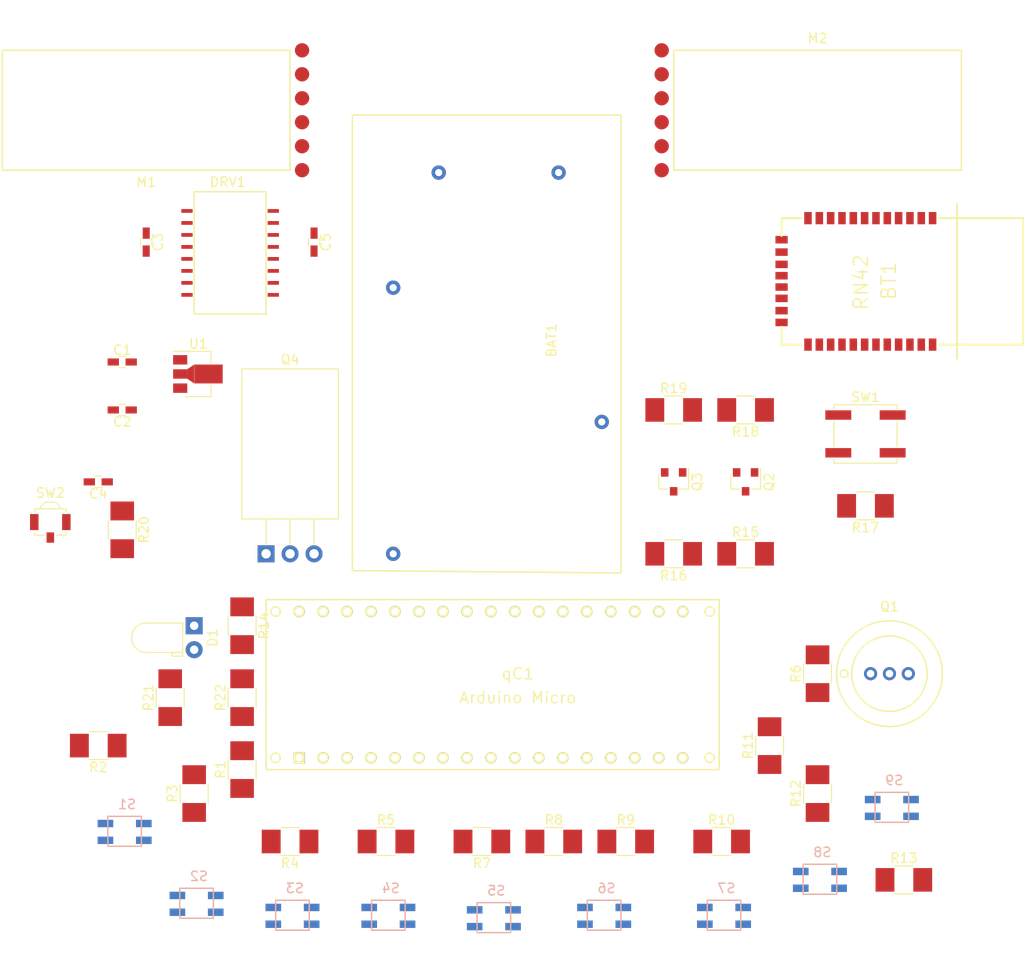
<source format=kicad_pcb>
(kicad_pcb (version 4) (host pcbnew 4.0.5)

  (general
    (links 132)
    (no_connects 132)
    (area -122.37 50.35 -13.469999 152.500001)
    (thickness 1.6)
    (drawings 5)
    (tracks 0)
    (zones 0)
    (modules 50)
    (nets 81)
  )

  (page A4)
  (layers
    (0 F.Cu signal)
    (31 B.Cu signal)
    (32 B.Adhes user)
    (33 F.Adhes user)
    (34 B.Paste user)
    (35 F.Paste user)
    (36 B.SilkS user)
    (37 F.SilkS user)
    (38 B.Mask user)
    (39 F.Mask user)
    (40 Dwgs.User user)
    (41 Cmts.User user)
    (42 Eco1.User user)
    (43 Eco2.User user)
    (44 Edge.Cuts user)
    (45 Margin user)
    (46 B.CrtYd user)
    (47 F.CrtYd user)
    (48 B.Fab user)
    (49 F.Fab user)
  )

  (setup
    (last_trace_width 0.25)
    (trace_clearance 0.2)
    (zone_clearance 0.508)
    (zone_45_only yes)
    (trace_min 0.2)
    (segment_width 0.2)
    (edge_width 0.15)
    (via_size 0.6)
    (via_drill 0.4)
    (via_min_size 0.4)
    (via_min_drill 0.3)
    (uvia_size 0.3)
    (uvia_drill 0.1)
    (uvias_allowed no)
    (uvia_min_size 0.2)
    (uvia_min_drill 0.1)
    (pcb_text_width 0.3)
    (pcb_text_size 1.5 1.5)
    (mod_edge_width 0.15)
    (mod_text_size 1 1)
    (mod_text_width 0.15)
    (pad_size 1.524 1.524)
    (pad_drill 0.762)
    (pad_to_mask_clearance 0.2)
    (aux_axis_origin 0 0)
    (visible_elements 7FFFFFFF)
    (pcbplotparams
      (layerselection 0x00030_80000001)
      (usegerberextensions false)
      (excludeedgelayer true)
      (linewidth 0.100000)
      (plotframeref false)
      (viasonmask false)
      (mode 1)
      (useauxorigin false)
      (hpglpennumber 1)
      (hpglpenspeed 20)
      (hpglpendiameter 15)
      (hpglpenoverlay 2)
      (psnegative false)
      (psa4output false)
      (plotreference true)
      (plotvalue true)
      (plotinvisibletext false)
      (padsonsilk false)
      (subtractmaskfromsilk false)
      (outputformat 1)
      (mirror false)
      (drillshape 1)
      (scaleselection 1)
      (outputdirectory ""))
  )

  (net 0 "")
  (net 1 +9VA)
  (net 2 "Net-(BAT1-Pad2)")
  (net 3 GND)
  (net 4 "Net-(BT1-Pad2)")
  (net 5 "Net-(BT1-Pad3)")
  (net 6 "Net-(BT1-Pad4)")
  (net 7 "Net-(BT1-Pad5)")
  (net 8 "Net-(BT1-Pad6)")
  (net 9 "Net-(BT1-Pad7)")
  (net 10 "Net-(BT1-Pad8)")
  (net 11 "Net-(BT1-Pad9)")
  (net 12 "Net-(BT1-Pad10)")
  (net 13 +3V3)
  (net 14 "Net-(BT1-Pad35)")
  (net 15 "Net-(BT1-Pad34)")
  (net 16 "Net-(BT1-Pad33)")
  (net 17 "Net-(BT1-Pad32)")
  (net 18 "Net-(BT1-Pad31)")
  (net 19 "Net-(BT1-Pad30)")
  (net 20 /BTTX)
  (net 21 /BTRX)
  (net 22 "Net-(BT1-Pad15)")
  (net 23 "Net-(BT1-Pad16)")
  (net 24 "Net-(BT1-Pad17)")
  (net 25 "Net-(BT1-Pad18)")
  (net 26 "Net-(BT1-Pad19)")
  (net 27 "Net-(BT1-Pad20)")
  (net 28 "Net-(BT1-Pad21)")
  (net 29 "Net-(BT1-Pad22)")
  (net 30 "Net-(BT1-Pad23)")
  (net 31 "Net-(BT1-Pad24)")
  (net 32 +9V)
  (net 33 "Net-(C2-Pad1)")
  (net 34 "Net-(C3-Pad1)")
  (net 35 "Net-(C3-Pad2)")
  (net 36 "Net-(C5-Pad1)")
  (net 37 "Net-(C5-Pad2)")
  (net 38 "Net-(D1-Pad2)")
  (net 39 +5V)
  (net 40 /PWML1)
  (net 41 /PWML2)
  (net 42 /PWMR1)
  (net 43 /PWMR2)
  (net 44 /ENCLB)
  (net 45 /ENCLA)
  (net 46 /ENCRA)
  (net 47 /ENCRB)
  (net 48 "Net-(Q1-Pad2)")
  (net 49 "Net-(Q1-Pad1)")
  (net 50 "Net-(Q3-Pad2)")
  (net 51 "Net-(Q4-Pad1)")
  (net 52 /LED)
  (net 53 "Net-(qC1-Pad33)")
  (net 54 "Net-(qC1-Pad30)")
  (net 55 "Net-(qC1-Pad28)")
  (net 56 "Net-(qC1-Pad27)")
  (net 57 /LS9)
  (net 58 /LS8)
  (net 59 /LS7)
  (net 60 /LS6)
  (net 61 /LS5)
  (net 62 /LS4)
  (net 63 "Net-(qC1-Pad20)")
  (net 64 /LON)
  (net 65 "Net-(qC1-Pad5)")
  (net 66 /LS1)
  (net 67 /BUT)
  (net 68 /VBAT)
  (net 69 /LS2)
  (net 70 /LS3)
  (net 71 "Net-(R1-Pad2)")
  (net 72 "Net-(R5-Pad2)")
  (net 73 "Net-(R10-Pad2)")
  (net 74 "Net-(S1-Pad2)")
  (net 75 "Net-(S2-Pad2)")
  (net 76 "Net-(S4-Pad2)")
  (net 77 "Net-(S5-Pad2)")
  (net 78 "Net-(S6-Pad3)")
  (net 79 "Net-(S7-Pad2)")
  (net 80 "Net-(S8-Pad2)")

  (net_class Default "This is the default net class."
    (clearance 0.2)
    (trace_width 0.25)
    (via_dia 0.6)
    (via_drill 0.4)
    (uvia_dia 0.3)
    (uvia_drill 0.1)
    (add_net /BTRX)
    (add_net /BTTX)
    (add_net /BUT)
    (add_net /ENCLA)
    (add_net /ENCLB)
    (add_net /ENCRA)
    (add_net /ENCRB)
    (add_net /LED)
    (add_net /LON)
    (add_net /LS1)
    (add_net /LS2)
    (add_net /LS3)
    (add_net /LS4)
    (add_net /LS5)
    (add_net /LS6)
    (add_net /LS7)
    (add_net /LS8)
    (add_net /LS9)
    (add_net /PWML1)
    (add_net /PWML2)
    (add_net /PWMR1)
    (add_net /PWMR2)
    (add_net /VBAT)
    (add_net "Net-(BAT1-Pad2)")
    (add_net "Net-(BT1-Pad10)")
    (add_net "Net-(BT1-Pad15)")
    (add_net "Net-(BT1-Pad16)")
    (add_net "Net-(BT1-Pad17)")
    (add_net "Net-(BT1-Pad18)")
    (add_net "Net-(BT1-Pad19)")
    (add_net "Net-(BT1-Pad2)")
    (add_net "Net-(BT1-Pad20)")
    (add_net "Net-(BT1-Pad21)")
    (add_net "Net-(BT1-Pad22)")
    (add_net "Net-(BT1-Pad23)")
    (add_net "Net-(BT1-Pad24)")
    (add_net "Net-(BT1-Pad3)")
    (add_net "Net-(BT1-Pad30)")
    (add_net "Net-(BT1-Pad31)")
    (add_net "Net-(BT1-Pad32)")
    (add_net "Net-(BT1-Pad33)")
    (add_net "Net-(BT1-Pad34)")
    (add_net "Net-(BT1-Pad35)")
    (add_net "Net-(BT1-Pad4)")
    (add_net "Net-(BT1-Pad5)")
    (add_net "Net-(BT1-Pad6)")
    (add_net "Net-(BT1-Pad7)")
    (add_net "Net-(BT1-Pad8)")
    (add_net "Net-(BT1-Pad9)")
    (add_net "Net-(C2-Pad1)")
    (add_net "Net-(C3-Pad1)")
    (add_net "Net-(C3-Pad2)")
    (add_net "Net-(C5-Pad1)")
    (add_net "Net-(C5-Pad2)")
    (add_net "Net-(D1-Pad2)")
    (add_net "Net-(Q1-Pad1)")
    (add_net "Net-(Q1-Pad2)")
    (add_net "Net-(Q3-Pad2)")
    (add_net "Net-(Q4-Pad1)")
    (add_net "Net-(R1-Pad2)")
    (add_net "Net-(R10-Pad2)")
    (add_net "Net-(R5-Pad2)")
    (add_net "Net-(S1-Pad2)")
    (add_net "Net-(S2-Pad2)")
    (add_net "Net-(S4-Pad2)")
    (add_net "Net-(S5-Pad2)")
    (add_net "Net-(S6-Pad3)")
    (add_net "Net-(S7-Pad2)")
    (add_net "Net-(S8-Pad2)")
    (add_net "Net-(qC1-Pad20)")
    (add_net "Net-(qC1-Pad27)")
    (add_net "Net-(qC1-Pad28)")
    (add_net "Net-(qC1-Pad30)")
    (add_net "Net-(qC1-Pad33)")
    (add_net "Net-(qC1-Pad5)")
  )

  (net_class PWR ""
    (clearance 0.2)
    (trace_width 0.5)
    (via_dia 0.6)
    (via_drill 0.4)
    (uvia_dia 0.3)
    (uvia_drill 0.1)
    (add_net +3V3)
    (add_net +5V)
    (add_net +9V)
    (add_net +9VA)
    (add_net GND)
  )

  (module "HPCBMotor:HPCB Motor (Pololu)" (layer F.Cu) (tedit 58D56175) (tstamp 58D6476F)
    (at -20.32 50.8 180)
    (path /58D35D0E)
    (fp_text reference M2 (at 15.24 -3.81 180) (layer F.SilkS)
      (effects (font (size 1 1) (thickness 0.15)))
    )
    (fp_text value "Motor Desni" (at 15.24 -19.05 180) (layer F.Fab)
      (effects (font (size 1 1) (thickness 0.15)))
    )
    (fp_line (start 0 -5.08) (end 30.48 -5.08) (layer F.SilkS) (width 0.15))
    (fp_line (start 30.48 -5.08) (end 30.48 -17.78) (layer F.SilkS) (width 0.15))
    (fp_line (start 30.48 -17.78) (end 0 -17.78) (layer F.SilkS) (width 0.15))
    (fp_line (start 0 -17.78) (end 0 -5.08) (layer F.SilkS) (width 0.15))
    (pad 1 smd circle (at 31.75 -17.78 180) (size 1.524 1.524) (layers F.Cu F.Paste F.Mask)
      (net 36 "Net-(C5-Pad1)"))
    (pad 2 smd circle (at 31.75 -15.24 180) (size 1.524 1.524) (layers F.Cu F.Paste F.Mask)
      (net 37 "Net-(C5-Pad2)"))
    (pad 3 smd circle (at 31.75 -12.7 180) (size 1.524 1.524) (layers F.Cu F.Paste F.Mask)
      (net 39 +5V))
    (pad 4 smd circle (at 31.75 -10.16 180) (size 1.524 1.524) (layers F.Cu F.Paste F.Mask)
      (net 46 /ENCRA))
    (pad 5 smd circle (at 31.75 -7.62 180) (size 1.524 1.524) (layers F.Cu F.Paste F.Mask)
      (net 47 /ENCRB))
    (pad 6 smd circle (at 31.75 -5.08 180) (size 1.524 1.524) (layers F.Cu F.Paste F.Mask)
      (net 3 GND))
  )

  (module 9VBattery_holder:12BH611-GR (layer F.Cu) (tedit 58D6319B) (tstamp 58D646FB)
    (at -58.42 109.22 90)
    (path /58D35D0F)
    (fp_text reference BAT1 (at 22.606 -5.334 90) (layer F.SilkS)
      (effects (font (size 1 1) (thickness 0.15)))
    )
    (fp_text value Baterija (at 22.098 -13.208 90) (layer F.Fab)
      (effects (font (size 1 1) (thickness 0.15)))
    )
    (fp_line (start -1.778 -26.416) (end 0 -26.416) (layer F.SilkS) (width 0.15))
    (fp_line (start 0 -26.416) (end 46.482 -26.416) (layer F.SilkS) (width 0.15))
    (fp_line (start 46.482 -26.416) (end 46.482 2.032) (layer F.SilkS) (width 0.15))
    (fp_line (start 46.482 2.032) (end -2.032 2.032) (layer F.SilkS) (width 0.15))
    (fp_line (start -2.032 2.032) (end -1.778 -26.416) (layer F.SilkS) (width 0.15))
    (pad 1 thru_hole circle (at 40.386 -17.272 90) (size 1.524 1.524) (drill 0.762) (layers *.Cu *.Mask)
      (net 1 +9VA))
    (pad 2 thru_hole circle (at 40.386 -4.572 90) (size 1.524 1.524) (drill 0.762) (layers *.Cu *.Mask)
      (net 2 "Net-(BAT1-Pad2)"))
    (pad "" np_thru_hole circle (at 0 -22.098 90) (size 1.524 1.524) (drill 0.762) (layers *.Cu *.Mask))
    (pad "" np_thru_hole circle (at 28.194 -22.098 90) (size 1.524 1.524) (drill 0.762) (layers *.Cu *.Mask))
    (pad "" np_thru_hole circle (at 13.97 0 90) (size 1.524 1.524) (drill 0.762) (layers *.Cu *.Mask))
  )

  (module Capacitors_SMD:C_0603_HandSoldering (layer F.Cu) (tedit 58AA848B) (tstamp 58D64729)
    (at -109.22 88.9)
    (descr "Capacitor SMD 0603, hand soldering")
    (tags "capacitor 0603")
    (path /58D35D2A)
    (attr smd)
    (fp_text reference C1 (at 0 -1.25) (layer F.SilkS)
      (effects (font (size 1 1) (thickness 0.15)))
    )
    (fp_text value 1uF (at 0 1.5) (layer F.Fab)
      (effects (font (size 1 1) (thickness 0.15)))
    )
    (fp_text user %R (at 0 -1.25) (layer F.Fab)
      (effects (font (size 1 1) (thickness 0.15)))
    )
    (fp_line (start -0.8 0.4) (end -0.8 -0.4) (layer F.Fab) (width 0.1))
    (fp_line (start 0.8 0.4) (end -0.8 0.4) (layer F.Fab) (width 0.1))
    (fp_line (start 0.8 -0.4) (end 0.8 0.4) (layer F.Fab) (width 0.1))
    (fp_line (start -0.8 -0.4) (end 0.8 -0.4) (layer F.Fab) (width 0.1))
    (fp_line (start -0.35 -0.6) (end 0.35 -0.6) (layer F.SilkS) (width 0.12))
    (fp_line (start 0.35 0.6) (end -0.35 0.6) (layer F.SilkS) (width 0.12))
    (fp_line (start -1.8 -0.65) (end 1.8 -0.65) (layer F.CrtYd) (width 0.05))
    (fp_line (start -1.8 -0.65) (end -1.8 0.65) (layer F.CrtYd) (width 0.05))
    (fp_line (start 1.8 0.65) (end 1.8 -0.65) (layer F.CrtYd) (width 0.05))
    (fp_line (start 1.8 0.65) (end -1.8 0.65) (layer F.CrtYd) (width 0.05))
    (pad 1 smd rect (at -0.95 0) (size 1.2 0.75) (layers F.Cu F.Paste F.Mask)
      (net 32 +9V))
    (pad 2 smd rect (at 0.95 0) (size 1.2 0.75) (layers F.Cu F.Paste F.Mask)
      (net 3 GND))
    (model Capacitors_SMD.3dshapes/C_0603.wrl
      (at (xyz 0 0 0))
      (scale (xyz 1 1 1))
      (rotate (xyz 0 0 0))
    )
  )

  (module Capacitors_SMD:C_0603_HandSoldering (layer F.Cu) (tedit 58AA848B) (tstamp 58D6472F)
    (at -109.22 93.98 180)
    (descr "Capacitor SMD 0603, hand soldering")
    (tags "capacitor 0603")
    (path /58D35D2B)
    (attr smd)
    (fp_text reference C2 (at 0 -1.25 180) (layer F.SilkS)
      (effects (font (size 1 1) (thickness 0.15)))
    )
    (fp_text value 1uF (at 0 1.5 180) (layer F.Fab)
      (effects (font (size 1 1) (thickness 0.15)))
    )
    (fp_text user %R (at 0 -1.25 180) (layer F.Fab)
      (effects (font (size 1 1) (thickness 0.15)))
    )
    (fp_line (start -0.8 0.4) (end -0.8 -0.4) (layer F.Fab) (width 0.1))
    (fp_line (start 0.8 0.4) (end -0.8 0.4) (layer F.Fab) (width 0.1))
    (fp_line (start 0.8 -0.4) (end 0.8 0.4) (layer F.Fab) (width 0.1))
    (fp_line (start -0.8 -0.4) (end 0.8 -0.4) (layer F.Fab) (width 0.1))
    (fp_line (start -0.35 -0.6) (end 0.35 -0.6) (layer F.SilkS) (width 0.12))
    (fp_line (start 0.35 0.6) (end -0.35 0.6) (layer F.SilkS) (width 0.12))
    (fp_line (start -1.8 -0.65) (end 1.8 -0.65) (layer F.CrtYd) (width 0.05))
    (fp_line (start -1.8 -0.65) (end -1.8 0.65) (layer F.CrtYd) (width 0.05))
    (fp_line (start 1.8 0.65) (end 1.8 -0.65) (layer F.CrtYd) (width 0.05))
    (fp_line (start 1.8 0.65) (end -1.8 0.65) (layer F.CrtYd) (width 0.05))
    (pad 1 smd rect (at -0.95 0 180) (size 1.2 0.75) (layers F.Cu F.Paste F.Mask)
      (net 33 "Net-(C2-Pad1)"))
    (pad 2 smd rect (at 0.95 0 180) (size 1.2 0.75) (layers F.Cu F.Paste F.Mask)
      (net 3 GND))
    (model Capacitors_SMD.3dshapes/C_0603.wrl
      (at (xyz 0 0 0))
      (scale (xyz 1 1 1))
      (rotate (xyz 0 0 0))
    )
  )

  (module Capacitors_SMD:C_0603_HandSoldering (layer F.Cu) (tedit 58AA848B) (tstamp 58D64735)
    (at -106.68 76.2 270)
    (descr "Capacitor SMD 0603, hand soldering")
    (tags "capacitor 0603")
    (path /58D35D07)
    (attr smd)
    (fp_text reference C3 (at 0 -1.25 270) (layer F.SilkS)
      (effects (font (size 1 1) (thickness 0.15)))
    )
    (fp_text value CM1 (at 0 1.5 270) (layer F.Fab)
      (effects (font (size 1 1) (thickness 0.15)))
    )
    (fp_text user %R (at 0 -1.25 270) (layer F.Fab)
      (effects (font (size 1 1) (thickness 0.15)))
    )
    (fp_line (start -0.8 0.4) (end -0.8 -0.4) (layer F.Fab) (width 0.1))
    (fp_line (start 0.8 0.4) (end -0.8 0.4) (layer F.Fab) (width 0.1))
    (fp_line (start 0.8 -0.4) (end 0.8 0.4) (layer F.Fab) (width 0.1))
    (fp_line (start -0.8 -0.4) (end 0.8 -0.4) (layer F.Fab) (width 0.1))
    (fp_line (start -0.35 -0.6) (end 0.35 -0.6) (layer F.SilkS) (width 0.12))
    (fp_line (start 0.35 0.6) (end -0.35 0.6) (layer F.SilkS) (width 0.12))
    (fp_line (start -1.8 -0.65) (end 1.8 -0.65) (layer F.CrtYd) (width 0.05))
    (fp_line (start -1.8 -0.65) (end -1.8 0.65) (layer F.CrtYd) (width 0.05))
    (fp_line (start 1.8 0.65) (end 1.8 -0.65) (layer F.CrtYd) (width 0.05))
    (fp_line (start 1.8 0.65) (end -1.8 0.65) (layer F.CrtYd) (width 0.05))
    (pad 1 smd rect (at -0.95 0 270) (size 1.2 0.75) (layers F.Cu F.Paste F.Mask)
      (net 34 "Net-(C3-Pad1)"))
    (pad 2 smd rect (at 0.95 0 270) (size 1.2 0.75) (layers F.Cu F.Paste F.Mask)
      (net 35 "Net-(C3-Pad2)"))
    (model Capacitors_SMD.3dshapes/C_0603.wrl
      (at (xyz 0 0 0))
      (scale (xyz 1 1 1))
      (rotate (xyz 0 0 0))
    )
  )

  (module Capacitors_SMD:C_0603_HandSoldering (layer F.Cu) (tedit 58AA848B) (tstamp 58D6473B)
    (at -111.76 101.6 180)
    (descr "Capacitor SMD 0603, hand soldering")
    (tags "capacitor 0603")
    (path /58D35D1A)
    (attr smd)
    (fp_text reference C4 (at 0 -1.25 180) (layer F.SilkS)
      (effects (font (size 1 1) (thickness 0.15)))
    )
    (fp_text value 22uF (at 0 1.5 180) (layer F.Fab)
      (effects (font (size 1 1) (thickness 0.15)))
    )
    (fp_text user %R (at 0 -1.25 180) (layer F.Fab)
      (effects (font (size 1 1) (thickness 0.15)))
    )
    (fp_line (start -0.8 0.4) (end -0.8 -0.4) (layer F.Fab) (width 0.1))
    (fp_line (start 0.8 0.4) (end -0.8 0.4) (layer F.Fab) (width 0.1))
    (fp_line (start 0.8 -0.4) (end 0.8 0.4) (layer F.Fab) (width 0.1))
    (fp_line (start -0.8 -0.4) (end 0.8 -0.4) (layer F.Fab) (width 0.1))
    (fp_line (start -0.35 -0.6) (end 0.35 -0.6) (layer F.SilkS) (width 0.12))
    (fp_line (start 0.35 0.6) (end -0.35 0.6) (layer F.SilkS) (width 0.12))
    (fp_line (start -1.8 -0.65) (end 1.8 -0.65) (layer F.CrtYd) (width 0.05))
    (fp_line (start -1.8 -0.65) (end -1.8 0.65) (layer F.CrtYd) (width 0.05))
    (fp_line (start 1.8 0.65) (end 1.8 -0.65) (layer F.CrtYd) (width 0.05))
    (fp_line (start 1.8 0.65) (end -1.8 0.65) (layer F.CrtYd) (width 0.05))
    (pad 1 smd rect (at -0.95 0 180) (size 1.2 0.75) (layers F.Cu F.Paste F.Mask)
      (net 1 +9VA))
    (pad 2 smd rect (at 0.95 0 180) (size 1.2 0.75) (layers F.Cu F.Paste F.Mask)
      (net 2 "Net-(BAT1-Pad2)"))
    (model Capacitors_SMD.3dshapes/C_0603.wrl
      (at (xyz 0 0 0))
      (scale (xyz 1 1 1))
      (rotate (xyz 0 0 0))
    )
  )

  (module Capacitors_SMD:C_0603_HandSoldering (layer F.Cu) (tedit 58AA848B) (tstamp 58D64741)
    (at -88.9 76.2 270)
    (descr "Capacitor SMD 0603, hand soldering")
    (tags "capacitor 0603")
    (path /58D35D0B)
    (attr smd)
    (fp_text reference C5 (at 0 -1.25 270) (layer F.SilkS)
      (effects (font (size 1 1) (thickness 0.15)))
    )
    (fp_text value CM2 (at 0 1.5 270) (layer F.Fab)
      (effects (font (size 1 1) (thickness 0.15)))
    )
    (fp_text user %R (at 0 -1.25 270) (layer F.Fab)
      (effects (font (size 1 1) (thickness 0.15)))
    )
    (fp_line (start -0.8 0.4) (end -0.8 -0.4) (layer F.Fab) (width 0.1))
    (fp_line (start 0.8 0.4) (end -0.8 0.4) (layer F.Fab) (width 0.1))
    (fp_line (start 0.8 -0.4) (end 0.8 0.4) (layer F.Fab) (width 0.1))
    (fp_line (start -0.8 -0.4) (end 0.8 -0.4) (layer F.Fab) (width 0.1))
    (fp_line (start -0.35 -0.6) (end 0.35 -0.6) (layer F.SilkS) (width 0.12))
    (fp_line (start 0.35 0.6) (end -0.35 0.6) (layer F.SilkS) (width 0.12))
    (fp_line (start -1.8 -0.65) (end 1.8 -0.65) (layer F.CrtYd) (width 0.05))
    (fp_line (start -1.8 -0.65) (end -1.8 0.65) (layer F.CrtYd) (width 0.05))
    (fp_line (start 1.8 0.65) (end 1.8 -0.65) (layer F.CrtYd) (width 0.05))
    (fp_line (start 1.8 0.65) (end -1.8 0.65) (layer F.CrtYd) (width 0.05))
    (pad 1 smd rect (at -0.95 0 270) (size 1.2 0.75) (layers F.Cu F.Paste F.Mask)
      (net 36 "Net-(C5-Pad1)"))
    (pad 2 smd rect (at 0.95 0 270) (size 1.2 0.75) (layers F.Cu F.Paste F.Mask)
      (net 37 "Net-(C5-Pad2)"))
    (model Capacitors_SMD.3dshapes/C_0603.wrl
      (at (xyz 0 0 0))
      (scale (xyz 1 1 1))
      (rotate (xyz 0 0 0))
    )
  )

  (module LEDs:LED_D3.0mm_Horizontal_O1.27mm_Z2.0mm (layer F.Cu) (tedit 5880A862) (tstamp 58D64747)
    (at -101.6 116.84 270)
    (descr "LED, diameter 3.0mm z-position of LED center 2.0mm, 2 pins")
    (tags "LED diameter 3.0mm z-position of LED center 2.0mm 2 pins")
    (path /58D4E16E)
    (fp_text reference D1 (at 1.27 -1.96 270) (layer F.SilkS)
      (effects (font (size 1 1) (thickness 0.15)))
    )
    (fp_text value LED (at 1.27 7.63 270) (layer F.Fab)
      (effects (font (size 1 1) (thickness 0.15)))
    )
    (fp_arc (start 1.27 5.07) (end -0.23 5.07) (angle -180) (layer F.Fab) (width 0.1))
    (fp_arc (start 1.27 5.07) (end -0.29 5.07) (angle -180) (layer F.SilkS) (width 0.12))
    (fp_line (start -0.23 1.27) (end -0.23 5.07) (layer F.Fab) (width 0.1))
    (fp_line (start 2.77 1.27) (end 2.77 5.07) (layer F.Fab) (width 0.1))
    (fp_line (start -0.23 1.27) (end 2.77 1.27) (layer F.Fab) (width 0.1))
    (fp_line (start 3.17 1.27) (end 3.17 2.27) (layer F.Fab) (width 0.1))
    (fp_line (start 3.17 2.27) (end 2.77 2.27) (layer F.Fab) (width 0.1))
    (fp_line (start 2.77 2.27) (end 2.77 1.27) (layer F.Fab) (width 0.1))
    (fp_line (start 2.77 1.27) (end 3.17 1.27) (layer F.Fab) (width 0.1))
    (fp_line (start 0 0) (end 0 1.27) (layer F.Fab) (width 0.1))
    (fp_line (start 0 1.27) (end 0 1.27) (layer F.Fab) (width 0.1))
    (fp_line (start 0 1.27) (end 0 0) (layer F.Fab) (width 0.1))
    (fp_line (start 0 0) (end 0 0) (layer F.Fab) (width 0.1))
    (fp_line (start 2.54 0) (end 2.54 1.27) (layer F.Fab) (width 0.1))
    (fp_line (start 2.54 1.27) (end 2.54 1.27) (layer F.Fab) (width 0.1))
    (fp_line (start 2.54 1.27) (end 2.54 0) (layer F.Fab) (width 0.1))
    (fp_line (start 2.54 0) (end 2.54 0) (layer F.Fab) (width 0.1))
    (fp_line (start -0.29 1.21) (end -0.29 5.07) (layer F.SilkS) (width 0.12))
    (fp_line (start 2.83 1.21) (end 2.83 5.07) (layer F.SilkS) (width 0.12))
    (fp_line (start -0.29 1.21) (end 2.83 1.21) (layer F.SilkS) (width 0.12))
    (fp_line (start 3.23 1.21) (end 3.23 2.33) (layer F.SilkS) (width 0.12))
    (fp_line (start 3.23 2.33) (end 2.83 2.33) (layer F.SilkS) (width 0.12))
    (fp_line (start 2.83 2.33) (end 2.83 1.21) (layer F.SilkS) (width 0.12))
    (fp_line (start 2.83 1.21) (end 3.23 1.21) (layer F.SilkS) (width 0.12))
    (fp_line (start 0 1.08) (end 0 1.21) (layer F.SilkS) (width 0.12))
    (fp_line (start 0 1.21) (end 0 1.21) (layer F.SilkS) (width 0.12))
    (fp_line (start 0 1.21) (end 0 1.08) (layer F.SilkS) (width 0.12))
    (fp_line (start 0 1.08) (end 0 1.08) (layer F.SilkS) (width 0.12))
    (fp_line (start 2.54 1.08) (end 2.54 1.21) (layer F.SilkS) (width 0.12))
    (fp_line (start 2.54 1.21) (end 2.54 1.21) (layer F.SilkS) (width 0.12))
    (fp_line (start 2.54 1.21) (end 2.54 1.08) (layer F.SilkS) (width 0.12))
    (fp_line (start 2.54 1.08) (end 2.54 1.08) (layer F.SilkS) (width 0.12))
    (fp_line (start -1.25 -1.25) (end -1.25 6.9) (layer F.CrtYd) (width 0.05))
    (fp_line (start -1.25 6.9) (end 3.75 6.9) (layer F.CrtYd) (width 0.05))
    (fp_line (start 3.75 6.9) (end 3.75 -1.25) (layer F.CrtYd) (width 0.05))
    (fp_line (start 3.75 -1.25) (end -1.25 -1.25) (layer F.CrtYd) (width 0.05))
    (pad 1 thru_hole rect (at 0 0 270) (size 1.8 1.8) (drill 0.9) (layers *.Cu *.Mask)
      (net 3 GND))
    (pad 2 thru_hole circle (at 2.54 0 270) (size 1.8 1.8) (drill 0.9) (layers *.Cu *.Mask)
      (net 38 "Net-(D1-Pad2)"))
    (model LEDs.3dshapes/LED_D3.0mm_Horizontal_O1.27mm_Z2.0mm.wrl
      (at (xyz 0 0 0))
      (scale (xyz 0.393701 0.393701 0.393701))
      (rotate (xyz 0 0 0))
    )
  )

  (module L293D:L293D (layer F.Cu) (tedit 58D56BB4) (tstamp 58D6475B)
    (at -93.98 83.82 90)
    (path /58D35D06)
    (fp_text reference DRV1 (at 13.97 -4.064 180) (layer F.SilkS)
      (effects (font (size 1 1) (thickness 0.15)))
    )
    (fp_text value L293 (at -1.016 -4.064 180) (layer F.Fab)
      (effects (font (size 1 1) (thickness 0.15)))
    )
    (fp_line (start 12.954 0) (end 12.954 -7.62) (layer F.SilkS) (width 0.15))
    (fp_line (start 12.954 -7.62) (end 0 -7.62) (layer F.SilkS) (width 0.15))
    (fp_line (start 0 -7.62) (end 0 0) (layer F.SilkS) (width 0.15))
    (fp_line (start 0 0) (end 12.954 0) (layer F.SilkS) (width 0.15))
    (pad 1 smd rect (at 10.922 -8.382 90) (size 0.4 1.2) (layers F.Cu F.Paste F.Mask)
      (net 39 +5V))
    (pad 2 smd rect (at 9.652 -8.382 90) (size 0.4 1.2) (layers F.Cu F.Paste F.Mask)
      (net 40 /PWML1))
    (pad 3 smd rect (at 8.382 -8.382 90) (size 0.4 1.2) (layers F.Cu F.Paste F.Mask)
      (net 34 "Net-(C3-Pad1)"))
    (pad 4 smd rect (at 7.112 -8.382 90) (size 0.4 1.2) (layers F.Cu F.Paste F.Mask)
      (net 3 GND))
    (pad 5 smd rect (at 5.842 -8.382 90) (size 0.4 1.2) (layers F.Cu F.Paste F.Mask)
      (net 3 GND))
    (pad 6 smd rect (at 4.572 -8.382 90) (size 0.4 1.2) (layers F.Cu F.Paste F.Mask)
      (net 35 "Net-(C3-Pad2)"))
    (pad 7 smd rect (at 3.302 -8.382 90) (size 0.4 1.2) (layers F.Cu F.Paste F.Mask)
      (net 41 /PWML2))
    (pad 8 smd rect (at 2.032 -8.382 90) (size 0.4 1.2) (layers F.Cu F.Paste F.Mask)
      (net 32 +9V))
    (pad 9 smd rect (at 2.032 0.762 90) (size 0.4 1.2) (layers F.Cu F.Paste F.Mask)
      (net 39 +5V))
    (pad 10 smd rect (at 3.302 0.762 90) (size 0.4 1.2) (layers F.Cu F.Paste F.Mask)
      (net 42 /PWMR1))
    (pad 11 smd rect (at 4.572 0.762 90) (size 0.4 1.2) (layers F.Cu F.Paste F.Mask)
      (net 37 "Net-(C5-Pad2)"))
    (pad 12 smd rect (at 5.842 0.762 90) (size 0.4 1.2) (layers F.Cu F.Paste F.Mask)
      (net 3 GND))
    (pad 13 smd rect (at 7.112 0.762 90) (size 0.4 1.2) (layers F.Cu F.Paste F.Mask)
      (net 3 GND))
    (pad 14 smd rect (at 8.382 0.762 90) (size 0.4 1.2) (layers F.Cu F.Paste F.Mask)
      (net 36 "Net-(C5-Pad1)"))
    (pad 15 smd rect (at 9.652 0.762 90) (size 0.4 1.2) (layers F.Cu F.Paste F.Mask)
      (net 43 /PWMR2))
    (pad 16 smd rect (at 10.922 0.762 90) (size 0.4 1.2) (layers F.Cu F.Paste F.Mask)
      (net 39 +5V))
  )

  (module "HPCBMotor:HPCB Motor (Pololu)" (layer F.Cu) (tedit 58D56175) (tstamp 58D64765)
    (at -121.92 73.66)
    (path /58D35D05)
    (fp_text reference M1 (at 15.24 -3.81) (layer F.SilkS)
      (effects (font (size 1 1) (thickness 0.15)))
    )
    (fp_text value "Motor Levi" (at 15.24 -19.05) (layer F.Fab)
      (effects (font (size 1 1) (thickness 0.15)))
    )
    (fp_line (start 0 -5.08) (end 30.48 -5.08) (layer F.SilkS) (width 0.15))
    (fp_line (start 30.48 -5.08) (end 30.48 -17.78) (layer F.SilkS) (width 0.15))
    (fp_line (start 30.48 -17.78) (end 0 -17.78) (layer F.SilkS) (width 0.15))
    (fp_line (start 0 -17.78) (end 0 -5.08) (layer F.SilkS) (width 0.15))
    (pad 1 smd circle (at 31.75 -17.78) (size 1.524 1.524) (layers F.Cu F.Paste F.Mask)
      (net 34 "Net-(C3-Pad1)"))
    (pad 2 smd circle (at 31.75 -15.24) (size 1.524 1.524) (layers F.Cu F.Paste F.Mask)
      (net 35 "Net-(C3-Pad2)"))
    (pad 3 smd circle (at 31.75 -12.7) (size 1.524 1.524) (layers F.Cu F.Paste F.Mask)
      (net 39 +5V))
    (pad 4 smd circle (at 31.75 -10.16) (size 1.524 1.524) (layers F.Cu F.Paste F.Mask)
      (net 44 /ENCLB))
    (pad 5 smd circle (at 31.75 -7.62) (size 1.524 1.524) (layers F.Cu F.Paste F.Mask)
      (net 45 /ENCLA))
    (pad 6 smd circle (at 31.75 -5.08) (size 1.524 1.524) (layers F.Cu F.Paste F.Mask)
      (net 3 GND))
  )

  (module Transistors_OldSowjetAera:OldSowjetaera_Transistor_Type-I_SmallPads (layer F.Cu) (tedit 0) (tstamp 58D64776)
    (at -27.94 121.92)
    (path /58D35D39)
    (fp_text reference Q1 (at 0 -7.1) (layer F.SilkS)
      (effects (font (size 1 1) (thickness 0.15)))
    )
    (fp_text value Q_NPN_BCE (at 0.1 7.6) (layer F.Fab)
      (effects (font (size 1 1) (thickness 0.15)))
    )
    (fp_circle (center -4.8 0) (end -4.8 0.4) (layer F.SilkS) (width 0.15))
    (fp_circle (center 0 0) (end 4 0) (layer F.SilkS) (width 0.15))
    (fp_circle (center 0 0) (end 5.6 0) (layer F.SilkS) (width 0.15))
    (pad 2 thru_hole circle (at 0 0) (size 1.4 1.4) (drill 0.8) (layers *.Cu *.Mask)
      (net 48 "Net-(Q1-Pad2)"))
    (pad 1 thru_hole circle (at -2 0) (size 1.4 1.4) (drill 0.8) (layers *.Cu *.Mask)
      (net 49 "Net-(Q1-Pad1)"))
    (pad 3 thru_hole circle (at 2 0) (size 1.4 1.4) (drill 0.8) (layers *.Cu *.Mask)
      (net 3 GND))
    (model Transistors_OldSowjetAera.3dshapes/OldSowjetaera_Transistor_Type-I_SmallPads.wrl
      (at (xyz 0 0 0))
      (scale (xyz 0.3937 0.3937 0.3937))
      (rotate (xyz 0 0 0))
    )
  )

  (module TO_SOT_Packages_SMD:SOT-23 (layer F.Cu) (tedit 58CE4E7E) (tstamp 58D6477D)
    (at -43.18 101.6 270)
    (descr "SOT-23, Standard")
    (tags SOT-23)
    (path /58D35D4E)
    (attr smd)
    (fp_text reference Q2 (at 0 -2.5 270) (layer F.SilkS)
      (effects (font (size 1 1) (thickness 0.15)))
    )
    (fp_text value BSS138 (at 0 2.5 270) (layer F.Fab)
      (effects (font (size 1 1) (thickness 0.15)))
    )
    (fp_text user %R (at 0 0 270) (layer F.Fab)
      (effects (font (size 0.5 0.5) (thickness 0.075)))
    )
    (fp_line (start -0.7 -0.95) (end -0.7 1.5) (layer F.Fab) (width 0.1))
    (fp_line (start -0.15 -1.52) (end 0.7 -1.52) (layer F.Fab) (width 0.1))
    (fp_line (start -0.7 -0.95) (end -0.15 -1.52) (layer F.Fab) (width 0.1))
    (fp_line (start 0.7 -1.52) (end 0.7 1.52) (layer F.Fab) (width 0.1))
    (fp_line (start -0.7 1.52) (end 0.7 1.52) (layer F.Fab) (width 0.1))
    (fp_line (start 0.76 1.58) (end 0.76 0.65) (layer F.SilkS) (width 0.12))
    (fp_line (start 0.76 -1.58) (end 0.76 -0.65) (layer F.SilkS) (width 0.12))
    (fp_line (start -1.7 -1.75) (end 1.7 -1.75) (layer F.CrtYd) (width 0.05))
    (fp_line (start 1.7 -1.75) (end 1.7 1.75) (layer F.CrtYd) (width 0.05))
    (fp_line (start 1.7 1.75) (end -1.7 1.75) (layer F.CrtYd) (width 0.05))
    (fp_line (start -1.7 1.75) (end -1.7 -1.75) (layer F.CrtYd) (width 0.05))
    (fp_line (start 0.76 -1.58) (end -1.4 -1.58) (layer F.SilkS) (width 0.12))
    (fp_line (start 0.76 1.58) (end -0.7 1.58) (layer F.SilkS) (width 0.12))
    (pad 1 smd rect (at -1 -0.95 270) (size 0.9 0.8) (layers F.Cu F.Paste F.Mask)
      (net 13 +3V3))
    (pad 2 smd rect (at -1 0.95 270) (size 0.9 0.8) (layers F.Cu F.Paste F.Mask)
      (net 20 /BTTX))
    (pad 3 smd rect (at 1 0 270) (size 0.9 0.8) (layers F.Cu F.Paste F.Mask)
      (net 21 /BTRX))
    (model ${KISYS3DMOD}/TO_SOT_Packages_SMD.3dshapes/SOT-23.wrl
      (at (xyz 0 0 0))
      (scale (xyz 1 1 1))
      (rotate (xyz 0 0 90))
    )
  )

  (module TO_SOT_Packages_SMD:SOT-23 (layer F.Cu) (tedit 58CE4E7E) (tstamp 58D64784)
    (at -50.8 101.6 270)
    (descr "SOT-23, Standard")
    (tags SOT-23)
    (path /58D35D53)
    (attr smd)
    (fp_text reference Q3 (at 0 -2.5 270) (layer F.SilkS)
      (effects (font (size 1 1) (thickness 0.15)))
    )
    (fp_text value BSS138 (at 0 2.5 270) (layer F.Fab)
      (effects (font (size 1 1) (thickness 0.15)))
    )
    (fp_text user %R (at 0 0 270) (layer F.Fab)
      (effects (font (size 0.5 0.5) (thickness 0.075)))
    )
    (fp_line (start -0.7 -0.95) (end -0.7 1.5) (layer F.Fab) (width 0.1))
    (fp_line (start -0.15 -1.52) (end 0.7 -1.52) (layer F.Fab) (width 0.1))
    (fp_line (start -0.7 -0.95) (end -0.15 -1.52) (layer F.Fab) (width 0.1))
    (fp_line (start 0.7 -1.52) (end 0.7 1.52) (layer F.Fab) (width 0.1))
    (fp_line (start -0.7 1.52) (end 0.7 1.52) (layer F.Fab) (width 0.1))
    (fp_line (start 0.76 1.58) (end 0.76 0.65) (layer F.SilkS) (width 0.12))
    (fp_line (start 0.76 -1.58) (end 0.76 -0.65) (layer F.SilkS) (width 0.12))
    (fp_line (start -1.7 -1.75) (end 1.7 -1.75) (layer F.CrtYd) (width 0.05))
    (fp_line (start 1.7 -1.75) (end 1.7 1.75) (layer F.CrtYd) (width 0.05))
    (fp_line (start 1.7 1.75) (end -1.7 1.75) (layer F.CrtYd) (width 0.05))
    (fp_line (start -1.7 1.75) (end -1.7 -1.75) (layer F.CrtYd) (width 0.05))
    (fp_line (start 0.76 -1.58) (end -1.4 -1.58) (layer F.SilkS) (width 0.12))
    (fp_line (start 0.76 1.58) (end -0.7 1.58) (layer F.SilkS) (width 0.12))
    (pad 1 smd rect (at -1 -0.95 270) (size 0.9 0.8) (layers F.Cu F.Paste F.Mask)
      (net 13 +3V3))
    (pad 2 smd rect (at -1 0.95 270) (size 0.9 0.8) (layers F.Cu F.Paste F.Mask)
      (net 50 "Net-(Q3-Pad2)"))
    (pad 3 smd rect (at 1 0 270) (size 0.9 0.8) (layers F.Cu F.Paste F.Mask)
      (net 20 /BTTX))
    (model ${KISYS3DMOD}/TO_SOT_Packages_SMD.3dshapes/SOT-23.wrl
      (at (xyz 0 0 0))
      (scale (xyz 1 1 1))
      (rotate (xyz 0 0 90))
    )
  )

  (module TO_SOT_Packages_THT:TO-220_Horizontal (layer F.Cu) (tedit 58CE52AD) (tstamp 58D6478C)
    (at -93.98 109.22)
    (descr "TO-220, Horizontal, RM 2.54mm")
    (tags "TO-220 Horizontal RM 2.54mm")
    (path /58D35D1C)
    (fp_text reference Q4 (at 2.54 -20.58) (layer F.SilkS)
      (effects (font (size 1 1) (thickness 0.15)))
    )
    (fp_text value Q_PMOS_GDS (at 2.54 1.9) (layer F.Fab)
      (effects (font (size 1 1) (thickness 0.15)))
    )
    (fp_text user %R (at 2.54 -20.58) (layer F.Fab)
      (effects (font (size 1 1) (thickness 0.15)))
    )
    (fp_line (start -2.46 -13.06) (end -2.46 -19.46) (layer F.Fab) (width 0.1))
    (fp_line (start -2.46 -19.46) (end 7.54 -19.46) (layer F.Fab) (width 0.1))
    (fp_line (start 7.54 -19.46) (end 7.54 -13.06) (layer F.Fab) (width 0.1))
    (fp_line (start 7.54 -13.06) (end -2.46 -13.06) (layer F.Fab) (width 0.1))
    (fp_line (start -2.46 -3.81) (end -2.46 -13.06) (layer F.Fab) (width 0.1))
    (fp_line (start -2.46 -13.06) (end 7.54 -13.06) (layer F.Fab) (width 0.1))
    (fp_line (start 7.54 -13.06) (end 7.54 -3.81) (layer F.Fab) (width 0.1))
    (fp_line (start 7.54 -3.81) (end -2.46 -3.81) (layer F.Fab) (width 0.1))
    (fp_line (start 0 -3.81) (end 0 0) (layer F.Fab) (width 0.1))
    (fp_line (start 2.54 -3.81) (end 2.54 0) (layer F.Fab) (width 0.1))
    (fp_line (start 5.08 -3.81) (end 5.08 0) (layer F.Fab) (width 0.1))
    (fp_line (start -2.58 -3.69) (end 7.66 -3.69) (layer F.SilkS) (width 0.12))
    (fp_line (start -2.58 -19.58) (end 7.66 -19.58) (layer F.SilkS) (width 0.12))
    (fp_line (start -2.58 -19.58) (end -2.58 -3.69) (layer F.SilkS) (width 0.12))
    (fp_line (start 7.66 -19.58) (end 7.66 -3.69) (layer F.SilkS) (width 0.12))
    (fp_line (start 0 -3.69) (end 0 -1.05) (layer F.SilkS) (width 0.12))
    (fp_line (start 2.54 -3.69) (end 2.54 -1.066) (layer F.SilkS) (width 0.12))
    (fp_line (start 5.08 -3.69) (end 5.08 -1.066) (layer F.SilkS) (width 0.12))
    (fp_line (start -2.71 -19.71) (end -2.71 1.15) (layer F.CrtYd) (width 0.05))
    (fp_line (start -2.71 1.15) (end 7.79 1.15) (layer F.CrtYd) (width 0.05))
    (fp_line (start 7.79 1.15) (end 7.79 -19.71) (layer F.CrtYd) (width 0.05))
    (fp_line (start 7.79 -19.71) (end -2.71 -19.71) (layer F.CrtYd) (width 0.05))
    (fp_circle (center 2.54 -16.66) (end 4.39 -16.66) (layer F.Fab) (width 0.1))
    (pad 0 np_thru_hole oval (at 2.54 -16.66) (size 3.5 3.5) (drill 3.5) (layers *.Cu *.Mask))
    (pad 1 thru_hole rect (at 0 0) (size 1.8 1.8) (drill 1) (layers *.Cu *.Mask)
      (net 51 "Net-(Q4-Pad1)"))
    (pad 2 thru_hole oval (at 2.54 0) (size 1.8 1.8) (drill 1) (layers *.Cu *.Mask)
      (net 1 +9VA))
    (pad 3 thru_hole oval (at 5.08 0) (size 1.8 1.8) (drill 1) (layers *.Cu *.Mask)
      (net 32 +9V))
    (model ${KISYS3DMOD}/TO_SOT_Packages_THT.3dshapes/TO-220_Horizontal.wrl
      (at (xyz 0.1 0 0))
      (scale (xyz 0.393701 0.393701 0.393701))
      (rotate (xyz 0 0 0))
    )
  )

  (module ArduinoMicro:ARDUINO_MICRO_SHIELD (layer F.Cu) (tedit 58D63EA1) (tstamp 58D647B2)
    (at -93.98 132.08)
    (tags "ARDUINO, MICRO")
    (path /58D35D04)
    (fp_text reference qC1 (at 26.67 -10.16) (layer F.SilkS)
      (effects (font (size 1.2 1.2) (thickness 0.15)))
    )
    (fp_text value "Arduino Micro" (at 26.67 -7.62) (layer F.SilkS)
      (effects (font (size 1.2 1.2) (thickness 0.15)))
    )
    (fp_circle (center 1 -1.254) (end 1.5 -1.254) (layer F.SilkS) (width 0.15))
    (fp_circle (center 1 -16.746) (end 1.5 -16.746) (layer F.SilkS) (width 0.15))
    (fp_circle (center 47 -1.254) (end 47.5 -1.254) (layer F.SilkS) (width 0.15))
    (fp_circle (center 47 -16.746) (end 47.5 -16.746) (layer F.SilkS) (width 0.15))
    (fp_line (start 0 -18) (end 48 -18) (layer F.SilkS) (width 0.15))
    (fp_line (start 48 -18) (end 48 0) (layer F.SilkS) (width 0.15))
    (fp_line (start 48 0) (end 0 0) (layer F.SilkS) (width 0.15))
    (fp_line (start 0 0) (end 0 -18) (layer F.SilkS) (width 0.15))
    (pad 34 thru_hole circle (at 3.5 -16.746) (size 1.2 1.2) (drill 0.8) (layers *.Cu *.Mask F.SilkS)
      (net 52 /LED))
    (pad 33 thru_hole circle (at 6.04 -16.746) (size 1.2 1.2) (drill 0.8) (layers *.Cu *.Mask F.SilkS)
      (net 53 "Net-(qC1-Pad33)"))
    (pad 32 thru_hole circle (at 8.58 -16.746) (size 1.2 1.2) (drill 0.8) (layers *.Cu *.Mask F.SilkS)
      (net 32 +9V))
    (pad 31 thru_hole circle (at 11.12 -16.746) (size 1.2 1.2) (drill 0.8) (layers *.Cu *.Mask F.SilkS)
      (net 3 GND))
    (pad 30 thru_hole circle (at 13.66 -16.746) (size 1.2 1.2) (drill 0.8) (layers *.Cu *.Mask F.SilkS)
      (net 54 "Net-(qC1-Pad30)"))
    (pad 29 thru_hole circle (at 16.2 -16.746) (size 1.2 1.2) (drill 0.8) (layers *.Cu *.Mask F.SilkS)
      (net 39 +5V))
    (pad 28 thru_hole circle (at 18.74 -16.746) (size 1.2 1.2) (drill 0.8) (layers *.Cu *.Mask F.SilkS)
      (net 55 "Net-(qC1-Pad28)"))
    (pad 27 thru_hole circle (at 21.28 -16.746) (size 1.2 1.2) (drill 0.8) (layers *.Cu *.Mask F.SilkS)
      (net 56 "Net-(qC1-Pad27)"))
    (pad 26 thru_hole circle (at 23.82 -16.746) (size 1.2 1.2) (drill 0.8) (layers *.Cu *.Mask F.SilkS)
      (net 57 /LS9))
    (pad 25 thru_hole circle (at 26.36 -16.746) (size 1.2 1.2) (drill 0.8) (layers *.Cu *.Mask F.SilkS)
      (net 58 /LS8))
    (pad 24 thru_hole circle (at 28.9 -16.746) (size 1.2 1.2) (drill 0.8) (layers *.Cu *.Mask F.SilkS)
      (net 59 /LS7))
    (pad 23 thru_hole circle (at 31.44 -16.746) (size 1.2 1.2) (drill 0.8) (layers *.Cu *.Mask F.SilkS)
      (net 60 /LS6))
    (pad 22 thru_hole circle (at 33.98 -16.746) (size 1.2 1.2) (drill 0.8) (layers *.Cu *.Mask F.SilkS)
      (net 61 /LS5))
    (pad 21 thru_hole circle (at 36.52 -16.746) (size 1.2 1.2) (drill 0.8) (layers *.Cu *.Mask F.SilkS)
      (net 62 /LS4))
    (pad 20 thru_hole circle (at 39.06 -16.746) (size 1.2 1.2) (drill 0.8) (layers *.Cu *.Mask F.SilkS)
      (net 63 "Net-(qC1-Pad20)"))
    (pad 19 thru_hole circle (at 41.6 -16.746) (size 1.2 1.2) (drill 0.8) (layers *.Cu *.Mask F.SilkS)
      (net 13 +3V3))
    (pad 18 thru_hole circle (at 44.14 -16.746) (size 1.2 1.2) (drill 0.8) (layers *.Cu *.Mask F.SilkS)
      (net 64 /LON))
    (pad 1 thru_hole rect (at 3.5 -1.254) (size 1.2 1.2) (drill 0.8) (layers *.Cu *.Mask F.SilkS)
      (net 21 /BTRX))
    (pad 2 thru_hole circle (at 6.04 -1.254) (size 1.2 1.2) (drill 0.8) (layers *.Cu *.Mask F.SilkS)
      (net 20 /BTTX))
    (pad 3 thru_hole circle (at 8.58 -1.254) (size 1.2 1.2) (drill 0.8) (layers *.Cu *.Mask F.SilkS)
      (net 45 /ENCLA))
    (pad 4 thru_hole circle (at 11.12 -1.254) (size 1.2 1.2) (drill 0.8) (layers *.Cu *.Mask F.SilkS)
      (net 44 /ENCLB))
    (pad 5 thru_hole circle (at 13.66 -1.254) (size 1.2 1.2) (drill 0.8) (layers *.Cu *.Mask F.SilkS)
      (net 65 "Net-(qC1-Pad5)"))
    (pad 6 thru_hole circle (at 16.2 -1.254) (size 1.2 1.2) (drill 0.8) (layers *.Cu *.Mask F.SilkS)
      (net 3 GND))
    (pad 7 thru_hole circle (at 18.74 -1.254) (size 1.2 1.2) (drill 0.8) (layers *.Cu *.Mask F.SilkS)
      (net 46 /ENCRA))
    (pad 8 thru_hole circle (at 21.28 -1.254) (size 1.2 1.2) (drill 0.8) (layers *.Cu *.Mask F.SilkS)
      (net 47 /ENCRB))
    (pad 9 thru_hole circle (at 23.82 -1.254) (size 1.2 1.2) (drill 0.8) (layers *.Cu *.Mask F.SilkS)
      (net 66 /LS1))
    (pad 10 thru_hole circle (at 26.36 -1.254) (size 1.2 1.2) (drill 0.8) (layers *.Cu *.Mask F.SilkS)
      (net 40 /PWML1))
    (pad 11 thru_hole circle (at 28.9 -1.254) (size 1.2 1.2) (drill 0.8) (layers *.Cu *.Mask F.SilkS)
      (net 41 /PWML2))
    (pad 12 thru_hole circle (at 31.44 -1.254) (size 1.2 1.2) (drill 0.8) (layers *.Cu *.Mask F.SilkS)
      (net 67 /BUT))
    (pad 13 thru_hole circle (at 33.98 -1.254) (size 1.2 1.2) (drill 0.8) (layers *.Cu *.Mask F.SilkS)
      (net 68 /VBAT))
    (pad 14 thru_hole circle (at 36.52 -1.254) (size 1.2 1.2) (drill 0.8) (layers *.Cu *.Mask F.SilkS)
      (net 69 /LS2))
    (pad 15 thru_hole circle (at 39.06 -1.254) (size 1.2 1.2) (drill 0.8) (layers *.Cu *.Mask F.SilkS)
      (net 42 /PWMR1))
    (pad 16 thru_hole circle (at 41.6 -1.254) (size 1.2 1.2) (drill 0.8) (layers *.Cu *.Mask F.SilkS)
      (net 43 /PWMR2))
    (pad 17 thru_hole circle (at 44.14 -1.254) (size 1.2 1.2) (drill 0.8) (layers *.Cu *.Mask F.SilkS)
      (net 70 /LS3))
  )

  (module Resistors_SMD:R_1210_HandSoldering (layer F.Cu) (tedit 58AADA46) (tstamp 58D647B8)
    (at -96.52 132.08 90)
    (descr "Resistor SMD 1210, hand soldering")
    (tags "resistor 1210")
    (path /58D35D27)
    (attr smd)
    (fp_text reference R1 (at 0 -2.3 90) (layer F.SilkS)
      (effects (font (size 1 1) (thickness 0.15)))
    )
    (fp_text value 10 (at 0 2.4 90) (layer F.Fab)
      (effects (font (size 1 1) (thickness 0.15)))
    )
    (fp_text user %R (at 0 -2.3 90) (layer F.Fab)
      (effects (font (size 1 1) (thickness 0.15)))
    )
    (fp_line (start -1.6 1.25) (end -1.6 -1.25) (layer F.Fab) (width 0.1))
    (fp_line (start 1.6 1.25) (end -1.6 1.25) (layer F.Fab) (width 0.1))
    (fp_line (start 1.6 -1.25) (end 1.6 1.25) (layer F.Fab) (width 0.1))
    (fp_line (start -1.6 -1.25) (end 1.6 -1.25) (layer F.Fab) (width 0.1))
    (fp_line (start 1 1.48) (end -1 1.48) (layer F.SilkS) (width 0.12))
    (fp_line (start -1 -1.48) (end 1 -1.48) (layer F.SilkS) (width 0.12))
    (fp_line (start -3.25 -1.5) (end 3.25 -1.5) (layer F.CrtYd) (width 0.05))
    (fp_line (start -3.25 -1.5) (end -3.25 1.5) (layer F.CrtYd) (width 0.05))
    (fp_line (start 3.25 1.5) (end 3.25 -1.5) (layer F.CrtYd) (width 0.05))
    (fp_line (start 3.25 1.5) (end -3.25 1.5) (layer F.CrtYd) (width 0.05))
    (pad 1 smd rect (at -2 0 90) (size 2 2.5) (layers F.Cu F.Paste F.Mask)
      (net 33 "Net-(C2-Pad1)"))
    (pad 2 smd rect (at 2 0 90) (size 2 2.5) (layers F.Cu F.Paste F.Mask)
      (net 71 "Net-(R1-Pad2)"))
    (model Resistors_SMD.3dshapes/R_1210.wrl
      (at (xyz 0 0 0))
      (scale (xyz 1 1 1))
      (rotate (xyz 0 0 0))
    )
  )

  (module Resistors_SMD:R_1210_HandSoldering (layer F.Cu) (tedit 58AADA46) (tstamp 58D647BE)
    (at -111.76 129.54 180)
    (descr "Resistor SMD 1210, hand soldering")
    (tags "resistor 1210")
    (path /58D35D28)
    (attr smd)
    (fp_text reference R2 (at 0 -2.3 180) (layer F.SilkS)
      (effects (font (size 1 1) (thickness 0.15)))
    )
    (fp_text value 10K (at 0 2.4 180) (layer F.Fab)
      (effects (font (size 1 1) (thickness 0.15)))
    )
    (fp_text user %R (at 0 -2.3 180) (layer F.Fab)
      (effects (font (size 1 1) (thickness 0.15)))
    )
    (fp_line (start -1.6 1.25) (end -1.6 -1.25) (layer F.Fab) (width 0.1))
    (fp_line (start 1.6 1.25) (end -1.6 1.25) (layer F.Fab) (width 0.1))
    (fp_line (start 1.6 -1.25) (end 1.6 1.25) (layer F.Fab) (width 0.1))
    (fp_line (start -1.6 -1.25) (end 1.6 -1.25) (layer F.Fab) (width 0.1))
    (fp_line (start 1 1.48) (end -1 1.48) (layer F.SilkS) (width 0.12))
    (fp_line (start -1 -1.48) (end 1 -1.48) (layer F.SilkS) (width 0.12))
    (fp_line (start -3.25 -1.5) (end 3.25 -1.5) (layer F.CrtYd) (width 0.05))
    (fp_line (start -3.25 -1.5) (end -3.25 1.5) (layer F.CrtYd) (width 0.05))
    (fp_line (start 3.25 1.5) (end 3.25 -1.5) (layer F.CrtYd) (width 0.05))
    (fp_line (start 3.25 1.5) (end -3.25 1.5) (layer F.CrtYd) (width 0.05))
    (pad 1 smd rect (at -2 0 180) (size 2 2.5) (layers F.Cu F.Paste F.Mask)
      (net 39 +5V))
    (pad 2 smd rect (at 2 0 180) (size 2 2.5) (layers F.Cu F.Paste F.Mask)
      (net 66 /LS1))
    (model Resistors_SMD.3dshapes/R_1210.wrl
      (at (xyz 0 0 0))
      (scale (xyz 1 1 1))
      (rotate (xyz 0 0 0))
    )
  )

  (module Resistors_SMD:R_1210_HandSoldering (layer F.Cu) (tedit 58AADA46) (tstamp 58D647C4)
    (at -101.6 134.62 90)
    (descr "Resistor SMD 1210, hand soldering")
    (tags "resistor 1210")
    (path /58D35D29)
    (attr smd)
    (fp_text reference R3 (at 0 -2.3 90) (layer F.SilkS)
      (effects (font (size 1 1) (thickness 0.15)))
    )
    (fp_text value 10K (at 0 2.4 90) (layer F.Fab)
      (effects (font (size 1 1) (thickness 0.15)))
    )
    (fp_text user %R (at 0 -2.3 90) (layer F.Fab)
      (effects (font (size 1 1) (thickness 0.15)))
    )
    (fp_line (start -1.6 1.25) (end -1.6 -1.25) (layer F.Fab) (width 0.1))
    (fp_line (start 1.6 1.25) (end -1.6 1.25) (layer F.Fab) (width 0.1))
    (fp_line (start 1.6 -1.25) (end 1.6 1.25) (layer F.Fab) (width 0.1))
    (fp_line (start -1.6 -1.25) (end 1.6 -1.25) (layer F.Fab) (width 0.1))
    (fp_line (start 1 1.48) (end -1 1.48) (layer F.SilkS) (width 0.12))
    (fp_line (start -1 -1.48) (end 1 -1.48) (layer F.SilkS) (width 0.12))
    (fp_line (start -3.25 -1.5) (end 3.25 -1.5) (layer F.CrtYd) (width 0.05))
    (fp_line (start -3.25 -1.5) (end -3.25 1.5) (layer F.CrtYd) (width 0.05))
    (fp_line (start 3.25 1.5) (end 3.25 -1.5) (layer F.CrtYd) (width 0.05))
    (fp_line (start 3.25 1.5) (end -3.25 1.5) (layer F.CrtYd) (width 0.05))
    (pad 1 smd rect (at -2 0 90) (size 2 2.5) (layers F.Cu F.Paste F.Mask)
      (net 39 +5V))
    (pad 2 smd rect (at 2 0 90) (size 2 2.5) (layers F.Cu F.Paste F.Mask)
      (net 69 /LS2))
    (model Resistors_SMD.3dshapes/R_1210.wrl
      (at (xyz 0 0 0))
      (scale (xyz 1 1 1))
      (rotate (xyz 0 0 0))
    )
  )

  (module Resistors_SMD:R_1210_HandSoldering (layer F.Cu) (tedit 58AADA46) (tstamp 58D647CA)
    (at -91.44 139.7 180)
    (descr "Resistor SMD 1210, hand soldering")
    (tags "resistor 1210")
    (path /58D35D2D)
    (attr smd)
    (fp_text reference R4 (at 0 -2.3 180) (layer F.SilkS)
      (effects (font (size 1 1) (thickness 0.15)))
    )
    (fp_text value 10K (at 0 2.4 180) (layer F.Fab)
      (effects (font (size 1 1) (thickness 0.15)))
    )
    (fp_text user %R (at 0 -2.3 180) (layer F.Fab)
      (effects (font (size 1 1) (thickness 0.15)))
    )
    (fp_line (start -1.6 1.25) (end -1.6 -1.25) (layer F.Fab) (width 0.1))
    (fp_line (start 1.6 1.25) (end -1.6 1.25) (layer F.Fab) (width 0.1))
    (fp_line (start 1.6 -1.25) (end 1.6 1.25) (layer F.Fab) (width 0.1))
    (fp_line (start -1.6 -1.25) (end 1.6 -1.25) (layer F.Fab) (width 0.1))
    (fp_line (start 1 1.48) (end -1 1.48) (layer F.SilkS) (width 0.12))
    (fp_line (start -1 -1.48) (end 1 -1.48) (layer F.SilkS) (width 0.12))
    (fp_line (start -3.25 -1.5) (end 3.25 -1.5) (layer F.CrtYd) (width 0.05))
    (fp_line (start -3.25 -1.5) (end -3.25 1.5) (layer F.CrtYd) (width 0.05))
    (fp_line (start 3.25 1.5) (end 3.25 -1.5) (layer F.CrtYd) (width 0.05))
    (fp_line (start 3.25 1.5) (end -3.25 1.5) (layer F.CrtYd) (width 0.05))
    (pad 1 smd rect (at -2 0 180) (size 2 2.5) (layers F.Cu F.Paste F.Mask)
      (net 39 +5V))
    (pad 2 smd rect (at 2 0 180) (size 2 2.5) (layers F.Cu F.Paste F.Mask)
      (net 70 /LS3))
    (model Resistors_SMD.3dshapes/R_1210.wrl
      (at (xyz 0 0 0))
      (scale (xyz 1 1 1))
      (rotate (xyz 0 0 0))
    )
  )

  (module Resistors_SMD:R_1210_HandSoldering (layer F.Cu) (tedit 58AADA46) (tstamp 58D647D0)
    (at -81.28 139.7)
    (descr "Resistor SMD 1210, hand soldering")
    (tags "resistor 1210")
    (path /58D35D3A)
    (attr smd)
    (fp_text reference R5 (at 0 -2.3) (layer F.SilkS)
      (effects (font (size 1 1) (thickness 0.15)))
    )
    (fp_text value 10 (at 0 2.4) (layer F.Fab)
      (effects (font (size 1 1) (thickness 0.15)))
    )
    (fp_text user %R (at 0 -2.3) (layer F.Fab)
      (effects (font (size 1 1) (thickness 0.15)))
    )
    (fp_line (start -1.6 1.25) (end -1.6 -1.25) (layer F.Fab) (width 0.1))
    (fp_line (start 1.6 1.25) (end -1.6 1.25) (layer F.Fab) (width 0.1))
    (fp_line (start 1.6 -1.25) (end 1.6 1.25) (layer F.Fab) (width 0.1))
    (fp_line (start -1.6 -1.25) (end 1.6 -1.25) (layer F.Fab) (width 0.1))
    (fp_line (start 1 1.48) (end -1 1.48) (layer F.SilkS) (width 0.12))
    (fp_line (start -1 -1.48) (end 1 -1.48) (layer F.SilkS) (width 0.12))
    (fp_line (start -3.25 -1.5) (end 3.25 -1.5) (layer F.CrtYd) (width 0.05))
    (fp_line (start -3.25 -1.5) (end -3.25 1.5) (layer F.CrtYd) (width 0.05))
    (fp_line (start 3.25 1.5) (end 3.25 -1.5) (layer F.CrtYd) (width 0.05))
    (fp_line (start 3.25 1.5) (end -3.25 1.5) (layer F.CrtYd) (width 0.05))
    (pad 1 smd rect (at -2 0) (size 2 2.5) (layers F.Cu F.Paste F.Mask)
      (net 33 "Net-(C2-Pad1)"))
    (pad 2 smd rect (at 2 0) (size 2 2.5) (layers F.Cu F.Paste F.Mask)
      (net 72 "Net-(R5-Pad2)"))
    (model Resistors_SMD.3dshapes/R_1210.wrl
      (at (xyz 0 0 0))
      (scale (xyz 1 1 1))
      (rotate (xyz 0 0 0))
    )
  )

  (module Resistors_SMD:R_1210_HandSoldering (layer F.Cu) (tedit 58AADA46) (tstamp 58D647D6)
    (at -35.56 121.92 90)
    (descr "Resistor SMD 1210, hand soldering")
    (tags "resistor 1210")
    (path /58D35D3F)
    (attr smd)
    (fp_text reference R6 (at 0 -2.3 90) (layer F.SilkS)
      (effects (font (size 1 1) (thickness 0.15)))
    )
    (fp_text value 1K (at 0 2.4 90) (layer F.Fab)
      (effects (font (size 1 1) (thickness 0.15)))
    )
    (fp_text user %R (at 0 -2.3 90) (layer F.Fab)
      (effects (font (size 1 1) (thickness 0.15)))
    )
    (fp_line (start -1.6 1.25) (end -1.6 -1.25) (layer F.Fab) (width 0.1))
    (fp_line (start 1.6 1.25) (end -1.6 1.25) (layer F.Fab) (width 0.1))
    (fp_line (start 1.6 -1.25) (end 1.6 1.25) (layer F.Fab) (width 0.1))
    (fp_line (start -1.6 -1.25) (end 1.6 -1.25) (layer F.Fab) (width 0.1))
    (fp_line (start 1 1.48) (end -1 1.48) (layer F.SilkS) (width 0.12))
    (fp_line (start -1 -1.48) (end 1 -1.48) (layer F.SilkS) (width 0.12))
    (fp_line (start -3.25 -1.5) (end 3.25 -1.5) (layer F.CrtYd) (width 0.05))
    (fp_line (start -3.25 -1.5) (end -3.25 1.5) (layer F.CrtYd) (width 0.05))
    (fp_line (start 3.25 1.5) (end 3.25 -1.5) (layer F.CrtYd) (width 0.05))
    (fp_line (start 3.25 1.5) (end -3.25 1.5) (layer F.CrtYd) (width 0.05))
    (pad 1 smd rect (at -2 0 90) (size 2 2.5) (layers F.Cu F.Paste F.Mask)
      (net 49 "Net-(Q1-Pad1)"))
    (pad 2 smd rect (at 2 0 90) (size 2 2.5) (layers F.Cu F.Paste F.Mask)
      (net 64 /LON))
    (model Resistors_SMD.3dshapes/R_1210.wrl
      (at (xyz 0 0 0))
      (scale (xyz 1 1 1))
      (rotate (xyz 0 0 0))
    )
  )

  (module Resistors_SMD:R_1210_HandSoldering (layer F.Cu) (tedit 58AADA46) (tstamp 58D647DC)
    (at -71.12 139.7 180)
    (descr "Resistor SMD 1210, hand soldering")
    (tags "resistor 1210")
    (path /58D35D3B)
    (attr smd)
    (fp_text reference R7 (at 0 -2.3 180) (layer F.SilkS)
      (effects (font (size 1 1) (thickness 0.15)))
    )
    (fp_text value 10K (at 0 2.4 180) (layer F.Fab)
      (effects (font (size 1 1) (thickness 0.15)))
    )
    (fp_text user %R (at 0 -2.3 180) (layer F.Fab)
      (effects (font (size 1 1) (thickness 0.15)))
    )
    (fp_line (start -1.6 1.25) (end -1.6 -1.25) (layer F.Fab) (width 0.1))
    (fp_line (start 1.6 1.25) (end -1.6 1.25) (layer F.Fab) (width 0.1))
    (fp_line (start 1.6 -1.25) (end 1.6 1.25) (layer F.Fab) (width 0.1))
    (fp_line (start -1.6 -1.25) (end 1.6 -1.25) (layer F.Fab) (width 0.1))
    (fp_line (start 1 1.48) (end -1 1.48) (layer F.SilkS) (width 0.12))
    (fp_line (start -1 -1.48) (end 1 -1.48) (layer F.SilkS) (width 0.12))
    (fp_line (start -3.25 -1.5) (end 3.25 -1.5) (layer F.CrtYd) (width 0.05))
    (fp_line (start -3.25 -1.5) (end -3.25 1.5) (layer F.CrtYd) (width 0.05))
    (fp_line (start 3.25 1.5) (end 3.25 -1.5) (layer F.CrtYd) (width 0.05))
    (fp_line (start 3.25 1.5) (end -3.25 1.5) (layer F.CrtYd) (width 0.05))
    (pad 1 smd rect (at -2 0 180) (size 2 2.5) (layers F.Cu F.Paste F.Mask)
      (net 39 +5V))
    (pad 2 smd rect (at 2 0 180) (size 2 2.5) (layers F.Cu F.Paste F.Mask)
      (net 62 /LS4))
    (model Resistors_SMD.3dshapes/R_1210.wrl
      (at (xyz 0 0 0))
      (scale (xyz 1 1 1))
      (rotate (xyz 0 0 0))
    )
  )

  (module Resistors_SMD:R_1210_HandSoldering (layer F.Cu) (tedit 58AADA46) (tstamp 58D647E2)
    (at -63.5 139.7)
    (descr "Resistor SMD 1210, hand soldering")
    (tags "resistor 1210")
    (path /58D35D3C)
    (attr smd)
    (fp_text reference R8 (at 0 -2.3) (layer F.SilkS)
      (effects (font (size 1 1) (thickness 0.15)))
    )
    (fp_text value 10K (at 0 2.4) (layer F.Fab)
      (effects (font (size 1 1) (thickness 0.15)))
    )
    (fp_text user %R (at 0 -2.3) (layer F.Fab)
      (effects (font (size 1 1) (thickness 0.15)))
    )
    (fp_line (start -1.6 1.25) (end -1.6 -1.25) (layer F.Fab) (width 0.1))
    (fp_line (start 1.6 1.25) (end -1.6 1.25) (layer F.Fab) (width 0.1))
    (fp_line (start 1.6 -1.25) (end 1.6 1.25) (layer F.Fab) (width 0.1))
    (fp_line (start -1.6 -1.25) (end 1.6 -1.25) (layer F.Fab) (width 0.1))
    (fp_line (start 1 1.48) (end -1 1.48) (layer F.SilkS) (width 0.12))
    (fp_line (start -1 -1.48) (end 1 -1.48) (layer F.SilkS) (width 0.12))
    (fp_line (start -3.25 -1.5) (end 3.25 -1.5) (layer F.CrtYd) (width 0.05))
    (fp_line (start -3.25 -1.5) (end -3.25 1.5) (layer F.CrtYd) (width 0.05))
    (fp_line (start 3.25 1.5) (end 3.25 -1.5) (layer F.CrtYd) (width 0.05))
    (fp_line (start 3.25 1.5) (end -3.25 1.5) (layer F.CrtYd) (width 0.05))
    (pad 1 smd rect (at -2 0) (size 2 2.5) (layers F.Cu F.Paste F.Mask)
      (net 39 +5V))
    (pad 2 smd rect (at 2 0) (size 2 2.5) (layers F.Cu F.Paste F.Mask)
      (net 61 /LS5))
    (model Resistors_SMD.3dshapes/R_1210.wrl
      (at (xyz 0 0 0))
      (scale (xyz 1 1 1))
      (rotate (xyz 0 0 0))
    )
  )

  (module Resistors_SMD:R_1210_HandSoldering (layer F.Cu) (tedit 58AADA46) (tstamp 58D647E8)
    (at -55.88 139.7)
    (descr "Resistor SMD 1210, hand soldering")
    (tags "resistor 1210")
    (path /58D35D3D)
    (attr smd)
    (fp_text reference R9 (at 0 -2.3) (layer F.SilkS)
      (effects (font (size 1 1) (thickness 0.15)))
    )
    (fp_text value 10K (at 0 2.4) (layer F.Fab)
      (effects (font (size 1 1) (thickness 0.15)))
    )
    (fp_text user %R (at 0 -2.3) (layer F.Fab)
      (effects (font (size 1 1) (thickness 0.15)))
    )
    (fp_line (start -1.6 1.25) (end -1.6 -1.25) (layer F.Fab) (width 0.1))
    (fp_line (start 1.6 1.25) (end -1.6 1.25) (layer F.Fab) (width 0.1))
    (fp_line (start 1.6 -1.25) (end 1.6 1.25) (layer F.Fab) (width 0.1))
    (fp_line (start -1.6 -1.25) (end 1.6 -1.25) (layer F.Fab) (width 0.1))
    (fp_line (start 1 1.48) (end -1 1.48) (layer F.SilkS) (width 0.12))
    (fp_line (start -1 -1.48) (end 1 -1.48) (layer F.SilkS) (width 0.12))
    (fp_line (start -3.25 -1.5) (end 3.25 -1.5) (layer F.CrtYd) (width 0.05))
    (fp_line (start -3.25 -1.5) (end -3.25 1.5) (layer F.CrtYd) (width 0.05))
    (fp_line (start 3.25 1.5) (end 3.25 -1.5) (layer F.CrtYd) (width 0.05))
    (fp_line (start 3.25 1.5) (end -3.25 1.5) (layer F.CrtYd) (width 0.05))
    (pad 1 smd rect (at -2 0) (size 2 2.5) (layers F.Cu F.Paste F.Mask)
      (net 39 +5V))
    (pad 2 smd rect (at 2 0) (size 2 2.5) (layers F.Cu F.Paste F.Mask)
      (net 60 /LS6))
    (model Resistors_SMD.3dshapes/R_1210.wrl
      (at (xyz 0 0 0))
      (scale (xyz 1 1 1))
      (rotate (xyz 0 0 0))
    )
  )

  (module Resistors_SMD:R_1210_HandSoldering (layer F.Cu) (tedit 58AADA46) (tstamp 58D647EE)
    (at -45.72 139.7)
    (descr "Resistor SMD 1210, hand soldering")
    (tags "resistor 1210")
    (path /58D35D46)
    (attr smd)
    (fp_text reference R10 (at 0 -2.3) (layer F.SilkS)
      (effects (font (size 1 1) (thickness 0.15)))
    )
    (fp_text value 10 (at 0 2.4) (layer F.Fab)
      (effects (font (size 1 1) (thickness 0.15)))
    )
    (fp_text user %R (at 0 -2.3) (layer F.Fab)
      (effects (font (size 1 1) (thickness 0.15)))
    )
    (fp_line (start -1.6 1.25) (end -1.6 -1.25) (layer F.Fab) (width 0.1))
    (fp_line (start 1.6 1.25) (end -1.6 1.25) (layer F.Fab) (width 0.1))
    (fp_line (start 1.6 -1.25) (end 1.6 1.25) (layer F.Fab) (width 0.1))
    (fp_line (start -1.6 -1.25) (end 1.6 -1.25) (layer F.Fab) (width 0.1))
    (fp_line (start 1 1.48) (end -1 1.48) (layer F.SilkS) (width 0.12))
    (fp_line (start -1 -1.48) (end 1 -1.48) (layer F.SilkS) (width 0.12))
    (fp_line (start -3.25 -1.5) (end 3.25 -1.5) (layer F.CrtYd) (width 0.05))
    (fp_line (start -3.25 -1.5) (end -3.25 1.5) (layer F.CrtYd) (width 0.05))
    (fp_line (start 3.25 1.5) (end 3.25 -1.5) (layer F.CrtYd) (width 0.05))
    (fp_line (start 3.25 1.5) (end -3.25 1.5) (layer F.CrtYd) (width 0.05))
    (pad 1 smd rect (at -2 0) (size 2 2.5) (layers F.Cu F.Paste F.Mask)
      (net 33 "Net-(C2-Pad1)"))
    (pad 2 smd rect (at 2 0) (size 2 2.5) (layers F.Cu F.Paste F.Mask)
      (net 73 "Net-(R10-Pad2)"))
    (model Resistors_SMD.3dshapes/R_1210.wrl
      (at (xyz 0 0 0))
      (scale (xyz 1 1 1))
      (rotate (xyz 0 0 0))
    )
  )

  (module Resistors_SMD:R_1210_HandSoldering (layer F.Cu) (tedit 58AADA46) (tstamp 58D647F4)
    (at -40.64 129.54 90)
    (descr "Resistor SMD 1210, hand soldering")
    (tags "resistor 1210")
    (path /58D35D47)
    (attr smd)
    (fp_text reference R11 (at 0 -2.3 90) (layer F.SilkS)
      (effects (font (size 1 1) (thickness 0.15)))
    )
    (fp_text value 10K (at 0 2.4 90) (layer F.Fab)
      (effects (font (size 1 1) (thickness 0.15)))
    )
    (fp_text user %R (at 0 -2.3 90) (layer F.Fab)
      (effects (font (size 1 1) (thickness 0.15)))
    )
    (fp_line (start -1.6 1.25) (end -1.6 -1.25) (layer F.Fab) (width 0.1))
    (fp_line (start 1.6 1.25) (end -1.6 1.25) (layer F.Fab) (width 0.1))
    (fp_line (start 1.6 -1.25) (end 1.6 1.25) (layer F.Fab) (width 0.1))
    (fp_line (start -1.6 -1.25) (end 1.6 -1.25) (layer F.Fab) (width 0.1))
    (fp_line (start 1 1.48) (end -1 1.48) (layer F.SilkS) (width 0.12))
    (fp_line (start -1 -1.48) (end 1 -1.48) (layer F.SilkS) (width 0.12))
    (fp_line (start -3.25 -1.5) (end 3.25 -1.5) (layer F.CrtYd) (width 0.05))
    (fp_line (start -3.25 -1.5) (end -3.25 1.5) (layer F.CrtYd) (width 0.05))
    (fp_line (start 3.25 1.5) (end 3.25 -1.5) (layer F.CrtYd) (width 0.05))
    (fp_line (start 3.25 1.5) (end -3.25 1.5) (layer F.CrtYd) (width 0.05))
    (pad 1 smd rect (at -2 0 90) (size 2 2.5) (layers F.Cu F.Paste F.Mask)
      (net 39 +5V))
    (pad 2 smd rect (at 2 0 90) (size 2 2.5) (layers F.Cu F.Paste F.Mask)
      (net 59 /LS7))
    (model Resistors_SMD.3dshapes/R_1210.wrl
      (at (xyz 0 0 0))
      (scale (xyz 1 1 1))
      (rotate (xyz 0 0 0))
    )
  )

  (module Resistors_SMD:R_1210_HandSoldering (layer F.Cu) (tedit 58AADA46) (tstamp 58D647FA)
    (at -35.56 134.62 90)
    (descr "Resistor SMD 1210, hand soldering")
    (tags "resistor 1210")
    (path /58D35D48)
    (attr smd)
    (fp_text reference R12 (at 0 -2.3 90) (layer F.SilkS)
      (effects (font (size 1 1) (thickness 0.15)))
    )
    (fp_text value 10K (at 0 2.4 90) (layer F.Fab)
      (effects (font (size 1 1) (thickness 0.15)))
    )
    (fp_text user %R (at 0 -2.3 90) (layer F.Fab)
      (effects (font (size 1 1) (thickness 0.15)))
    )
    (fp_line (start -1.6 1.25) (end -1.6 -1.25) (layer F.Fab) (width 0.1))
    (fp_line (start 1.6 1.25) (end -1.6 1.25) (layer F.Fab) (width 0.1))
    (fp_line (start 1.6 -1.25) (end 1.6 1.25) (layer F.Fab) (width 0.1))
    (fp_line (start -1.6 -1.25) (end 1.6 -1.25) (layer F.Fab) (width 0.1))
    (fp_line (start 1 1.48) (end -1 1.48) (layer F.SilkS) (width 0.12))
    (fp_line (start -1 -1.48) (end 1 -1.48) (layer F.SilkS) (width 0.12))
    (fp_line (start -3.25 -1.5) (end 3.25 -1.5) (layer F.CrtYd) (width 0.05))
    (fp_line (start -3.25 -1.5) (end -3.25 1.5) (layer F.CrtYd) (width 0.05))
    (fp_line (start 3.25 1.5) (end 3.25 -1.5) (layer F.CrtYd) (width 0.05))
    (fp_line (start 3.25 1.5) (end -3.25 1.5) (layer F.CrtYd) (width 0.05))
    (pad 1 smd rect (at -2 0 90) (size 2 2.5) (layers F.Cu F.Paste F.Mask)
      (net 39 +5V))
    (pad 2 smd rect (at 2 0 90) (size 2 2.5) (layers F.Cu F.Paste F.Mask)
      (net 58 /LS8))
    (model Resistors_SMD.3dshapes/R_1210.wrl
      (at (xyz 0 0 0))
      (scale (xyz 1 1 1))
      (rotate (xyz 0 0 0))
    )
  )

  (module Resistors_SMD:R_1210_HandSoldering (layer F.Cu) (tedit 58AADA46) (tstamp 58D64800)
    (at -26.416 143.764)
    (descr "Resistor SMD 1210, hand soldering")
    (tags "resistor 1210")
    (path /58D35D49)
    (attr smd)
    (fp_text reference R13 (at 0 -2.3) (layer F.SilkS)
      (effects (font (size 1 1) (thickness 0.15)))
    )
    (fp_text value 10K (at 0 2.4) (layer F.Fab)
      (effects (font (size 1 1) (thickness 0.15)))
    )
    (fp_text user %R (at 0 -2.3) (layer F.Fab)
      (effects (font (size 1 1) (thickness 0.15)))
    )
    (fp_line (start -1.6 1.25) (end -1.6 -1.25) (layer F.Fab) (width 0.1))
    (fp_line (start 1.6 1.25) (end -1.6 1.25) (layer F.Fab) (width 0.1))
    (fp_line (start 1.6 -1.25) (end 1.6 1.25) (layer F.Fab) (width 0.1))
    (fp_line (start -1.6 -1.25) (end 1.6 -1.25) (layer F.Fab) (width 0.1))
    (fp_line (start 1 1.48) (end -1 1.48) (layer F.SilkS) (width 0.12))
    (fp_line (start -1 -1.48) (end 1 -1.48) (layer F.SilkS) (width 0.12))
    (fp_line (start -3.25 -1.5) (end 3.25 -1.5) (layer F.CrtYd) (width 0.05))
    (fp_line (start -3.25 -1.5) (end -3.25 1.5) (layer F.CrtYd) (width 0.05))
    (fp_line (start 3.25 1.5) (end 3.25 -1.5) (layer F.CrtYd) (width 0.05))
    (fp_line (start 3.25 1.5) (end -3.25 1.5) (layer F.CrtYd) (width 0.05))
    (pad 1 smd rect (at -2 0) (size 2 2.5) (layers F.Cu F.Paste F.Mask)
      (net 39 +5V))
    (pad 2 smd rect (at 2 0) (size 2 2.5) (layers F.Cu F.Paste F.Mask)
      (net 57 /LS9))
    (model Resistors_SMD.3dshapes/R_1210.wrl
      (at (xyz 0 0 0))
      (scale (xyz 1 1 1))
      (rotate (xyz 0 0 0))
    )
  )

  (module Resistors_SMD:R_1210_HandSoldering (layer F.Cu) (tedit 58AADA46) (tstamp 58D64806)
    (at -96.52 116.84 270)
    (descr "Resistor SMD 1210, hand soldering")
    (tags "resistor 1210")
    (path /58D4F672)
    (attr smd)
    (fp_text reference R14 (at 0 -2.3 270) (layer F.SilkS)
      (effects (font (size 1 1) (thickness 0.15)))
    )
    (fp_text value 470R (at 0 2.4 270) (layer F.Fab)
      (effects (font (size 1 1) (thickness 0.15)))
    )
    (fp_text user %R (at 0 -2.3 270) (layer F.Fab)
      (effects (font (size 1 1) (thickness 0.15)))
    )
    (fp_line (start -1.6 1.25) (end -1.6 -1.25) (layer F.Fab) (width 0.1))
    (fp_line (start 1.6 1.25) (end -1.6 1.25) (layer F.Fab) (width 0.1))
    (fp_line (start 1.6 -1.25) (end 1.6 1.25) (layer F.Fab) (width 0.1))
    (fp_line (start -1.6 -1.25) (end 1.6 -1.25) (layer F.Fab) (width 0.1))
    (fp_line (start 1 1.48) (end -1 1.48) (layer F.SilkS) (width 0.12))
    (fp_line (start -1 -1.48) (end 1 -1.48) (layer F.SilkS) (width 0.12))
    (fp_line (start -3.25 -1.5) (end 3.25 -1.5) (layer F.CrtYd) (width 0.05))
    (fp_line (start -3.25 -1.5) (end -3.25 1.5) (layer F.CrtYd) (width 0.05))
    (fp_line (start 3.25 1.5) (end 3.25 -1.5) (layer F.CrtYd) (width 0.05))
    (fp_line (start 3.25 1.5) (end -3.25 1.5) (layer F.CrtYd) (width 0.05))
    (pad 1 smd rect (at -2 0 270) (size 2 2.5) (layers F.Cu F.Paste F.Mask)
      (net 52 /LED))
    (pad 2 smd rect (at 2 0 270) (size 2 2.5) (layers F.Cu F.Paste F.Mask)
      (net 38 "Net-(D1-Pad2)"))
    (model Resistors_SMD.3dshapes/R_1210.wrl
      (at (xyz 0 0 0))
      (scale (xyz 1 1 1))
      (rotate (xyz 0 0 0))
    )
  )

  (module Resistors_SMD:R_1210_HandSoldering (layer F.Cu) (tedit 58AADA46) (tstamp 58D6480C)
    (at -43.18 109.22)
    (descr "Resistor SMD 1210, hand soldering")
    (tags "resistor 1210")
    (path /58D35D4F)
    (attr smd)
    (fp_text reference R15 (at 0 -2.3) (layer F.SilkS)
      (effects (font (size 1 1) (thickness 0.15)))
    )
    (fp_text value R10K (at 0 2.4) (layer F.Fab)
      (effects (font (size 1 1) (thickness 0.15)))
    )
    (fp_text user %R (at 0 -2.3) (layer F.Fab)
      (effects (font (size 1 1) (thickness 0.15)))
    )
    (fp_line (start -1.6 1.25) (end -1.6 -1.25) (layer F.Fab) (width 0.1))
    (fp_line (start 1.6 1.25) (end -1.6 1.25) (layer F.Fab) (width 0.1))
    (fp_line (start 1.6 -1.25) (end 1.6 1.25) (layer F.Fab) (width 0.1))
    (fp_line (start -1.6 -1.25) (end 1.6 -1.25) (layer F.Fab) (width 0.1))
    (fp_line (start 1 1.48) (end -1 1.48) (layer F.SilkS) (width 0.12))
    (fp_line (start -1 -1.48) (end 1 -1.48) (layer F.SilkS) (width 0.12))
    (fp_line (start -3.25 -1.5) (end 3.25 -1.5) (layer F.CrtYd) (width 0.05))
    (fp_line (start -3.25 -1.5) (end -3.25 1.5) (layer F.CrtYd) (width 0.05))
    (fp_line (start 3.25 1.5) (end 3.25 -1.5) (layer F.CrtYd) (width 0.05))
    (fp_line (start 3.25 1.5) (end -3.25 1.5) (layer F.CrtYd) (width 0.05))
    (pad 1 smd rect (at -2 0) (size 2 2.5) (layers F.Cu F.Paste F.Mask)
      (net 39 +5V))
    (pad 2 smd rect (at 2 0) (size 2 2.5) (layers F.Cu F.Paste F.Mask)
      (net 21 /BTRX))
    (model Resistors_SMD.3dshapes/R_1210.wrl
      (at (xyz 0 0 0))
      (scale (xyz 1 1 1))
      (rotate (xyz 0 0 0))
    )
  )

  (module Resistors_SMD:R_1210_HandSoldering (layer F.Cu) (tedit 58AADA46) (tstamp 58D64812)
    (at -50.8 109.22 180)
    (descr "Resistor SMD 1210, hand soldering")
    (tags "resistor 1210")
    (path /58D35D54)
    (attr smd)
    (fp_text reference R16 (at 0 -2.3 180) (layer F.SilkS)
      (effects (font (size 1 1) (thickness 0.15)))
    )
    (fp_text value R10K (at 0 2.4 180) (layer F.Fab)
      (effects (font (size 1 1) (thickness 0.15)))
    )
    (fp_text user %R (at 0 -2.3 180) (layer F.Fab)
      (effects (font (size 1 1) (thickness 0.15)))
    )
    (fp_line (start -1.6 1.25) (end -1.6 -1.25) (layer F.Fab) (width 0.1))
    (fp_line (start 1.6 1.25) (end -1.6 1.25) (layer F.Fab) (width 0.1))
    (fp_line (start 1.6 -1.25) (end 1.6 1.25) (layer F.Fab) (width 0.1))
    (fp_line (start -1.6 -1.25) (end 1.6 -1.25) (layer F.Fab) (width 0.1))
    (fp_line (start 1 1.48) (end -1 1.48) (layer F.SilkS) (width 0.12))
    (fp_line (start -1 -1.48) (end 1 -1.48) (layer F.SilkS) (width 0.12))
    (fp_line (start -3.25 -1.5) (end 3.25 -1.5) (layer F.CrtYd) (width 0.05))
    (fp_line (start -3.25 -1.5) (end -3.25 1.5) (layer F.CrtYd) (width 0.05))
    (fp_line (start 3.25 1.5) (end 3.25 -1.5) (layer F.CrtYd) (width 0.05))
    (fp_line (start 3.25 1.5) (end -3.25 1.5) (layer F.CrtYd) (width 0.05))
    (pad 1 smd rect (at -2 0 180) (size 2 2.5) (layers F.Cu F.Paste F.Mask)
      (net 39 +5V))
    (pad 2 smd rect (at 2 0 180) (size 2 2.5) (layers F.Cu F.Paste F.Mask)
      (net 20 /BTTX))
    (model Resistors_SMD.3dshapes/R_1210.wrl
      (at (xyz 0 0 0))
      (scale (xyz 1 1 1))
      (rotate (xyz 0 0 0))
    )
  )

  (module Resistors_SMD:R_1210_HandSoldering (layer F.Cu) (tedit 58AADA46) (tstamp 58D64818)
    (at -30.48 104.14 180)
    (descr "Resistor SMD 1210, hand soldering")
    (tags "resistor 1210")
    (path /58D35D22)
    (attr smd)
    (fp_text reference R17 (at 0 -2.3 180) (layer F.SilkS)
      (effects (font (size 1 1) (thickness 0.15)))
    )
    (fp_text value 10K (at 0 2.4 180) (layer F.Fab)
      (effects (font (size 1 1) (thickness 0.15)))
    )
    (fp_text user %R (at 0 -2.3 180) (layer F.Fab)
      (effects (font (size 1 1) (thickness 0.15)))
    )
    (fp_line (start -1.6 1.25) (end -1.6 -1.25) (layer F.Fab) (width 0.1))
    (fp_line (start 1.6 1.25) (end -1.6 1.25) (layer F.Fab) (width 0.1))
    (fp_line (start 1.6 -1.25) (end 1.6 1.25) (layer F.Fab) (width 0.1))
    (fp_line (start -1.6 -1.25) (end 1.6 -1.25) (layer F.Fab) (width 0.1))
    (fp_line (start 1 1.48) (end -1 1.48) (layer F.SilkS) (width 0.12))
    (fp_line (start -1 -1.48) (end 1 -1.48) (layer F.SilkS) (width 0.12))
    (fp_line (start -3.25 -1.5) (end 3.25 -1.5) (layer F.CrtYd) (width 0.05))
    (fp_line (start -3.25 -1.5) (end -3.25 1.5) (layer F.CrtYd) (width 0.05))
    (fp_line (start 3.25 1.5) (end 3.25 -1.5) (layer F.CrtYd) (width 0.05))
    (fp_line (start 3.25 1.5) (end -3.25 1.5) (layer F.CrtYd) (width 0.05))
    (pad 1 smd rect (at -2 0 180) (size 2 2.5) (layers F.Cu F.Paste F.Mask)
      (net 39 +5V))
    (pad 2 smd rect (at 2 0 180) (size 2 2.5) (layers F.Cu F.Paste F.Mask)
      (net 67 /BUT))
    (model Resistors_SMD.3dshapes/R_1210.wrl
      (at (xyz 0 0 0))
      (scale (xyz 1 1 1))
      (rotate (xyz 0 0 0))
    )
  )

  (module Resistors_SMD:R_1210_HandSoldering (layer F.Cu) (tedit 58AADA46) (tstamp 58D6481E)
    (at -43.18 93.98 180)
    (descr "Resistor SMD 1210, hand soldering")
    (tags "resistor 1210")
    (path /58D35D50)
    (attr smd)
    (fp_text reference R18 (at 0 -2.3 180) (layer F.SilkS)
      (effects (font (size 1 1) (thickness 0.15)))
    )
    (fp_text value R10K (at 0 2.4 180) (layer F.Fab)
      (effects (font (size 1 1) (thickness 0.15)))
    )
    (fp_text user %R (at 0 -2.3 180) (layer F.Fab)
      (effects (font (size 1 1) (thickness 0.15)))
    )
    (fp_line (start -1.6 1.25) (end -1.6 -1.25) (layer F.Fab) (width 0.1))
    (fp_line (start 1.6 1.25) (end -1.6 1.25) (layer F.Fab) (width 0.1))
    (fp_line (start 1.6 -1.25) (end 1.6 1.25) (layer F.Fab) (width 0.1))
    (fp_line (start -1.6 -1.25) (end 1.6 -1.25) (layer F.Fab) (width 0.1))
    (fp_line (start 1 1.48) (end -1 1.48) (layer F.SilkS) (width 0.12))
    (fp_line (start -1 -1.48) (end 1 -1.48) (layer F.SilkS) (width 0.12))
    (fp_line (start -3.25 -1.5) (end 3.25 -1.5) (layer F.CrtYd) (width 0.05))
    (fp_line (start -3.25 -1.5) (end -3.25 1.5) (layer F.CrtYd) (width 0.05))
    (fp_line (start 3.25 1.5) (end 3.25 -1.5) (layer F.CrtYd) (width 0.05))
    (fp_line (start 3.25 1.5) (end -3.25 1.5) (layer F.CrtYd) (width 0.05))
    (pad 1 smd rect (at -2 0 180) (size 2 2.5) (layers F.Cu F.Paste F.Mask)
      (net 13 +3V3))
    (pad 2 smd rect (at 2 0 180) (size 2 2.5) (layers F.Cu F.Paste F.Mask)
      (net 20 /BTTX))
    (model Resistors_SMD.3dshapes/R_1210.wrl
      (at (xyz 0 0 0))
      (scale (xyz 1 1 1))
      (rotate (xyz 0 0 0))
    )
  )

  (module Resistors_SMD:R_1210_HandSoldering (layer F.Cu) (tedit 58AADA46) (tstamp 58D64824)
    (at -50.8 93.98)
    (descr "Resistor SMD 1210, hand soldering")
    (tags "resistor 1210")
    (path /58D35D55)
    (attr smd)
    (fp_text reference R19 (at 0 -2.3) (layer F.SilkS)
      (effects (font (size 1 1) (thickness 0.15)))
    )
    (fp_text value R10K (at 0 2.4) (layer F.Fab)
      (effects (font (size 1 1) (thickness 0.15)))
    )
    (fp_text user %R (at 0 -2.3) (layer F.Fab)
      (effects (font (size 1 1) (thickness 0.15)))
    )
    (fp_line (start -1.6 1.25) (end -1.6 -1.25) (layer F.Fab) (width 0.1))
    (fp_line (start 1.6 1.25) (end -1.6 1.25) (layer F.Fab) (width 0.1))
    (fp_line (start 1.6 -1.25) (end 1.6 1.25) (layer F.Fab) (width 0.1))
    (fp_line (start -1.6 -1.25) (end 1.6 -1.25) (layer F.Fab) (width 0.1))
    (fp_line (start 1 1.48) (end -1 1.48) (layer F.SilkS) (width 0.12))
    (fp_line (start -1 -1.48) (end 1 -1.48) (layer F.SilkS) (width 0.12))
    (fp_line (start -3.25 -1.5) (end 3.25 -1.5) (layer F.CrtYd) (width 0.05))
    (fp_line (start -3.25 -1.5) (end -3.25 1.5) (layer F.CrtYd) (width 0.05))
    (fp_line (start 3.25 1.5) (end 3.25 -1.5) (layer F.CrtYd) (width 0.05))
    (fp_line (start 3.25 1.5) (end -3.25 1.5) (layer F.CrtYd) (width 0.05))
    (pad 1 smd rect (at -2 0) (size 2 2.5) (layers F.Cu F.Paste F.Mask)
      (net 13 +3V3))
    (pad 2 smd rect (at 2 0) (size 2 2.5) (layers F.Cu F.Paste F.Mask)
      (net 21 /BTRX))
    (model Resistors_SMD.3dshapes/R_1210.wrl
      (at (xyz 0 0 0))
      (scale (xyz 1 1 1))
      (rotate (xyz 0 0 0))
    )
  )

  (module Resistors_SMD:R_1210_HandSoldering (layer F.Cu) (tedit 58AADA46) (tstamp 58D6482A)
    (at -109.22 106.68 270)
    (descr "Resistor SMD 1210, hand soldering")
    (tags "resistor 1210")
    (path /58D35D1B)
    (attr smd)
    (fp_text reference R20 (at 0 -2.3 270) (layer F.SilkS)
      (effects (font (size 1 1) (thickness 0.15)))
    )
    (fp_text value 10K (at 0 2.4 270) (layer F.Fab)
      (effects (font (size 1 1) (thickness 0.15)))
    )
    (fp_text user %R (at 0 -2.3 270) (layer F.Fab)
      (effects (font (size 1 1) (thickness 0.15)))
    )
    (fp_line (start -1.6 1.25) (end -1.6 -1.25) (layer F.Fab) (width 0.1))
    (fp_line (start 1.6 1.25) (end -1.6 1.25) (layer F.Fab) (width 0.1))
    (fp_line (start 1.6 -1.25) (end 1.6 1.25) (layer F.Fab) (width 0.1))
    (fp_line (start -1.6 -1.25) (end 1.6 -1.25) (layer F.Fab) (width 0.1))
    (fp_line (start 1 1.48) (end -1 1.48) (layer F.SilkS) (width 0.12))
    (fp_line (start -1 -1.48) (end 1 -1.48) (layer F.SilkS) (width 0.12))
    (fp_line (start -3.25 -1.5) (end 3.25 -1.5) (layer F.CrtYd) (width 0.05))
    (fp_line (start -3.25 -1.5) (end -3.25 1.5) (layer F.CrtYd) (width 0.05))
    (fp_line (start 3.25 1.5) (end 3.25 -1.5) (layer F.CrtYd) (width 0.05))
    (fp_line (start 3.25 1.5) (end -3.25 1.5) (layer F.CrtYd) (width 0.05))
    (pad 1 smd rect (at -2 0 270) (size 2 2.5) (layers F.Cu F.Paste F.Mask)
      (net 1 +9VA))
    (pad 2 smd rect (at 2 0 270) (size 2 2.5) (layers F.Cu F.Paste F.Mask)
      (net 51 "Net-(Q4-Pad1)"))
    (model Resistors_SMD.3dshapes/R_1210.wrl
      (at (xyz 0 0 0))
      (scale (xyz 1 1 1))
      (rotate (xyz 0 0 0))
    )
  )

  (module Resistors_SMD:R_1210_HandSoldering (layer F.Cu) (tedit 58AADA46) (tstamp 58D64830)
    (at -104.14 124.46 90)
    (descr "Resistor SMD 1210, hand soldering")
    (tags "resistor 1210")
    (path /58D35D1D)
    (attr smd)
    (fp_text reference R21 (at 0 -2.3 90) (layer F.SilkS)
      (effects (font (size 1 1) (thickness 0.15)))
    )
    (fp_text value 10K (at 0 2.4 90) (layer F.Fab)
      (effects (font (size 1 1) (thickness 0.15)))
    )
    (fp_text user %R (at 0 -2.3 90) (layer F.Fab)
      (effects (font (size 1 1) (thickness 0.15)))
    )
    (fp_line (start -1.6 1.25) (end -1.6 -1.25) (layer F.Fab) (width 0.1))
    (fp_line (start 1.6 1.25) (end -1.6 1.25) (layer F.Fab) (width 0.1))
    (fp_line (start 1.6 -1.25) (end 1.6 1.25) (layer F.Fab) (width 0.1))
    (fp_line (start -1.6 -1.25) (end 1.6 -1.25) (layer F.Fab) (width 0.1))
    (fp_line (start 1 1.48) (end -1 1.48) (layer F.SilkS) (width 0.12))
    (fp_line (start -1 -1.48) (end 1 -1.48) (layer F.SilkS) (width 0.12))
    (fp_line (start -3.25 -1.5) (end 3.25 -1.5) (layer F.CrtYd) (width 0.05))
    (fp_line (start -3.25 -1.5) (end -3.25 1.5) (layer F.CrtYd) (width 0.05))
    (fp_line (start 3.25 1.5) (end 3.25 -1.5) (layer F.CrtYd) (width 0.05))
    (fp_line (start 3.25 1.5) (end -3.25 1.5) (layer F.CrtYd) (width 0.05))
    (pad 1 smd rect (at -2 0 90) (size 2 2.5) (layers F.Cu F.Paste F.Mask)
      (net 32 +9V))
    (pad 2 smd rect (at 2 0 90) (size 2 2.5) (layers F.Cu F.Paste F.Mask)
      (net 68 /VBAT))
    (model Resistors_SMD.3dshapes/R_1210.wrl
      (at (xyz 0 0 0))
      (scale (xyz 1 1 1))
      (rotate (xyz 0 0 0))
    )
  )

  (module Resistors_SMD:R_1210_HandSoldering (layer F.Cu) (tedit 58AADA46) (tstamp 58D64836)
    (at -96.52 124.46 90)
    (descr "Resistor SMD 1210, hand soldering")
    (tags "resistor 1210")
    (path /58D35D1E)
    (attr smd)
    (fp_text reference R22 (at 0 -2.3 90) (layer F.SilkS)
      (effects (font (size 1 1) (thickness 0.15)))
    )
    (fp_text value 10K (at 0 2.4 90) (layer F.Fab)
      (effects (font (size 1 1) (thickness 0.15)))
    )
    (fp_text user %R (at 0 -2.3 90) (layer F.Fab)
      (effects (font (size 1 1) (thickness 0.15)))
    )
    (fp_line (start -1.6 1.25) (end -1.6 -1.25) (layer F.Fab) (width 0.1))
    (fp_line (start 1.6 1.25) (end -1.6 1.25) (layer F.Fab) (width 0.1))
    (fp_line (start 1.6 -1.25) (end 1.6 1.25) (layer F.Fab) (width 0.1))
    (fp_line (start -1.6 -1.25) (end 1.6 -1.25) (layer F.Fab) (width 0.1))
    (fp_line (start 1 1.48) (end -1 1.48) (layer F.SilkS) (width 0.12))
    (fp_line (start -1 -1.48) (end 1 -1.48) (layer F.SilkS) (width 0.12))
    (fp_line (start -3.25 -1.5) (end 3.25 -1.5) (layer F.CrtYd) (width 0.05))
    (fp_line (start -3.25 -1.5) (end -3.25 1.5) (layer F.CrtYd) (width 0.05))
    (fp_line (start 3.25 1.5) (end 3.25 -1.5) (layer F.CrtYd) (width 0.05))
    (fp_line (start 3.25 1.5) (end -3.25 1.5) (layer F.CrtYd) (width 0.05))
    (pad 1 smd rect (at -2 0 90) (size 2 2.5) (layers F.Cu F.Paste F.Mask)
      (net 68 /VBAT))
    (pad 2 smd rect (at 2 0 90) (size 2 2.5) (layers F.Cu F.Paste F.Mask)
      (net 3 GND))
    (model Resistors_SMD.3dshapes/R_1210.wrl
      (at (xyz 0 0 0))
      (scale (xyz 1 1 1))
      (rotate (xyz 0 0 0))
    )
  )

  (module QRE1113:QRE1113 (layer B.Cu) (tedit 58D59EAB) (tstamp 58D6483E)
    (at -111.76 137.16)
    (path /58D35D12)
    (fp_text reference S1 (at 3.048 -1.397) (layer B.SilkS)
      (effects (font (size 1 1) (thickness 0.15)) (justify mirror))
    )
    (fp_text value QRE1113 (at 2.667 4.064) (layer B.Fab)
      (effects (font (size 1 1) (thickness 0.15)) (justify mirror))
    )
    (fp_line (start 4.572 3.048) (end 1.016 3.048) (layer B.SilkS) (width 0.15))
    (fp_line (start 1.016 2.921) (end 1.016 -0.127) (layer B.SilkS) (width 0.15))
    (fp_line (start 1.016 -0.127) (end 4.572 -0.127) (layer B.SilkS) (width 0.15))
    (fp_line (start 4.572 -0.127) (end 4.572 2.921) (layer B.SilkS) (width 0.15))
    (pad 1 smd rect (at 0.762 0.635) (size 1.66 0.79) (layers B.Cu B.Paste B.Mask)
      (net 71 "Net-(R1-Pad2)"))
    (pad 2 smd rect (at 4.826 0.635) (size 1.66 0.79) (layers B.Cu B.Paste B.Mask)
      (net 74 "Net-(S1-Pad2)"))
    (pad 3 smd rect (at 4.826 2.413) (size 1.66 0.79) (layers B.Cu B.Paste B.Mask)
      (net 66 /LS1))
    (pad 4 smd rect (at 0.762 2.413) (size 1.66 0.79) (layers B.Cu B.Paste B.Mask)
      (net 3 GND))
  )

  (module QRE1113:QRE1113 (layer B.Cu) (tedit 58D59EAB) (tstamp 58D64846)
    (at -104.14 144.78)
    (path /58D35D14)
    (fp_text reference S2 (at 3.048 -1.397) (layer B.SilkS)
      (effects (font (size 1 1) (thickness 0.15)) (justify mirror))
    )
    (fp_text value QRE1113 (at 2.667 4.064) (layer B.Fab)
      (effects (font (size 1 1) (thickness 0.15)) (justify mirror))
    )
    (fp_line (start 4.572 3.048) (end 1.016 3.048) (layer B.SilkS) (width 0.15))
    (fp_line (start 1.016 2.921) (end 1.016 -0.127) (layer B.SilkS) (width 0.15))
    (fp_line (start 1.016 -0.127) (end 4.572 -0.127) (layer B.SilkS) (width 0.15))
    (fp_line (start 4.572 -0.127) (end 4.572 2.921) (layer B.SilkS) (width 0.15))
    (pad 1 smd rect (at 0.762 0.635) (size 1.66 0.79) (layers B.Cu B.Paste B.Mask)
      (net 74 "Net-(S1-Pad2)"))
    (pad 2 smd rect (at 4.826 0.635) (size 1.66 0.79) (layers B.Cu B.Paste B.Mask)
      (net 75 "Net-(S2-Pad2)"))
    (pad 3 smd rect (at 4.826 2.413) (size 1.66 0.79) (layers B.Cu B.Paste B.Mask)
      (net 69 /LS2))
    (pad 4 smd rect (at 0.762 2.413) (size 1.66 0.79) (layers B.Cu B.Paste B.Mask)
      (net 3 GND))
  )

  (module QRE1113:QRE1113 (layer B.Cu) (tedit 58D59EAB) (tstamp 58D6484E)
    (at -93.98 146.05)
    (path /58D35D15)
    (fp_text reference S3 (at 3.048 -1.397) (layer B.SilkS)
      (effects (font (size 1 1) (thickness 0.15)) (justify mirror))
    )
    (fp_text value QRE1113 (at 2.667 4.064) (layer B.Fab)
      (effects (font (size 1 1) (thickness 0.15)) (justify mirror))
    )
    (fp_line (start 4.572 3.048) (end 1.016 3.048) (layer B.SilkS) (width 0.15))
    (fp_line (start 1.016 2.921) (end 1.016 -0.127) (layer B.SilkS) (width 0.15))
    (fp_line (start 1.016 -0.127) (end 4.572 -0.127) (layer B.SilkS) (width 0.15))
    (fp_line (start 4.572 -0.127) (end 4.572 2.921) (layer B.SilkS) (width 0.15))
    (pad 1 smd rect (at 0.762 0.635) (size 1.66 0.79) (layers B.Cu B.Paste B.Mask)
      (net 75 "Net-(S2-Pad2)"))
    (pad 2 smd rect (at 4.826 0.635) (size 1.66 0.79) (layers B.Cu B.Paste B.Mask)
      (net 48 "Net-(Q1-Pad2)"))
    (pad 3 smd rect (at 4.826 2.413) (size 1.66 0.79) (layers B.Cu B.Paste B.Mask)
      (net 70 /LS3))
    (pad 4 smd rect (at 0.762 2.413) (size 1.66 0.79) (layers B.Cu B.Paste B.Mask)
      (net 3 GND))
  )

  (module QRE1113:QRE1113 (layer B.Cu) (tedit 58D59EAB) (tstamp 58D64856)
    (at -83.82 146.05)
    (path /58D35D34)
    (fp_text reference S4 (at 3.048 -1.397) (layer B.SilkS)
      (effects (font (size 1 1) (thickness 0.15)) (justify mirror))
    )
    (fp_text value QRE1113 (at 2.667 4.064) (layer B.Fab)
      (effects (font (size 1 1) (thickness 0.15)) (justify mirror))
    )
    (fp_line (start 4.572 3.048) (end 1.016 3.048) (layer B.SilkS) (width 0.15))
    (fp_line (start 1.016 2.921) (end 1.016 -0.127) (layer B.SilkS) (width 0.15))
    (fp_line (start 1.016 -0.127) (end 4.572 -0.127) (layer B.SilkS) (width 0.15))
    (fp_line (start 4.572 -0.127) (end 4.572 2.921) (layer B.SilkS) (width 0.15))
    (pad 1 smd rect (at 0.762 0.635) (size 1.66 0.79) (layers B.Cu B.Paste B.Mask)
      (net 72 "Net-(R5-Pad2)"))
    (pad 2 smd rect (at 4.826 0.635) (size 1.66 0.79) (layers B.Cu B.Paste B.Mask)
      (net 76 "Net-(S4-Pad2)"))
    (pad 3 smd rect (at 4.826 2.413) (size 1.66 0.79) (layers B.Cu B.Paste B.Mask)
      (net 62 /LS4))
    (pad 4 smd rect (at 0.762 2.413) (size 1.66 0.79) (layers B.Cu B.Paste B.Mask)
      (net 3 GND))
  )

  (module QRE1113:QRE1113 (layer B.Cu) (tedit 58D59EAB) (tstamp 58D6485E)
    (at -72.644 146.304)
    (path /58D35D35)
    (fp_text reference S5 (at 3.048 -1.397) (layer B.SilkS)
      (effects (font (size 1 1) (thickness 0.15)) (justify mirror))
    )
    (fp_text value QRE1113 (at 2.667 4.064) (layer B.Fab)
      (effects (font (size 1 1) (thickness 0.15)) (justify mirror))
    )
    (fp_line (start 4.572 3.048) (end 1.016 3.048) (layer B.SilkS) (width 0.15))
    (fp_line (start 1.016 2.921) (end 1.016 -0.127) (layer B.SilkS) (width 0.15))
    (fp_line (start 1.016 -0.127) (end 4.572 -0.127) (layer B.SilkS) (width 0.15))
    (fp_line (start 4.572 -0.127) (end 4.572 2.921) (layer B.SilkS) (width 0.15))
    (pad 1 smd rect (at 0.762 0.635) (size 1.66 0.79) (layers B.Cu B.Paste B.Mask)
      (net 76 "Net-(S4-Pad2)"))
    (pad 2 smd rect (at 4.826 0.635) (size 1.66 0.79) (layers B.Cu B.Paste B.Mask)
      (net 77 "Net-(S5-Pad2)"))
    (pad 3 smd rect (at 4.826 2.413) (size 1.66 0.79) (layers B.Cu B.Paste B.Mask)
      (net 61 /LS5))
    (pad 4 smd rect (at 0.762 2.413) (size 1.66 0.79) (layers B.Cu B.Paste B.Mask)
      (net 3 GND))
  )

  (module QRE1113:QRE1113 (layer B.Cu) (tedit 58D59EAB) (tstamp 58D64866)
    (at -60.96 146.05)
    (path /58D35D36)
    (fp_text reference S6 (at 3.048 -1.397) (layer B.SilkS)
      (effects (font (size 1 1) (thickness 0.15)) (justify mirror))
    )
    (fp_text value QRE1113 (at 2.667 4.064) (layer B.Fab)
      (effects (font (size 1 1) (thickness 0.15)) (justify mirror))
    )
    (fp_line (start 4.572 3.048) (end 1.016 3.048) (layer B.SilkS) (width 0.15))
    (fp_line (start 1.016 2.921) (end 1.016 -0.127) (layer B.SilkS) (width 0.15))
    (fp_line (start 1.016 -0.127) (end 4.572 -0.127) (layer B.SilkS) (width 0.15))
    (fp_line (start 4.572 -0.127) (end 4.572 2.921) (layer B.SilkS) (width 0.15))
    (pad 1 smd rect (at 0.762 0.635) (size 1.66 0.79) (layers B.Cu B.Paste B.Mask)
      (net 77 "Net-(S5-Pad2)"))
    (pad 2 smd rect (at 4.826 0.635) (size 1.66 0.79) (layers B.Cu B.Paste B.Mask)
      (net 48 "Net-(Q1-Pad2)"))
    (pad 3 smd rect (at 4.826 2.413) (size 1.66 0.79) (layers B.Cu B.Paste B.Mask)
      (net 78 "Net-(S6-Pad3)"))
    (pad 4 smd rect (at 0.762 2.413) (size 1.66 0.79) (layers B.Cu B.Paste B.Mask)
      (net 3 GND))
  )

  (module QRE1113:QRE1113 (layer B.Cu) (tedit 58D59EAB) (tstamp 58D6486E)
    (at -48.26 146.05)
    (path /58D35D40)
    (fp_text reference S7 (at 3.048 -1.397) (layer B.SilkS)
      (effects (font (size 1 1) (thickness 0.15)) (justify mirror))
    )
    (fp_text value QRE1113 (at 2.667 4.064) (layer B.Fab)
      (effects (font (size 1 1) (thickness 0.15)) (justify mirror))
    )
    (fp_line (start 4.572 3.048) (end 1.016 3.048) (layer B.SilkS) (width 0.15))
    (fp_line (start 1.016 2.921) (end 1.016 -0.127) (layer B.SilkS) (width 0.15))
    (fp_line (start 1.016 -0.127) (end 4.572 -0.127) (layer B.SilkS) (width 0.15))
    (fp_line (start 4.572 -0.127) (end 4.572 2.921) (layer B.SilkS) (width 0.15))
    (pad 1 smd rect (at 0.762 0.635) (size 1.66 0.79) (layers B.Cu B.Paste B.Mask)
      (net 73 "Net-(R10-Pad2)"))
    (pad 2 smd rect (at 4.826 0.635) (size 1.66 0.79) (layers B.Cu B.Paste B.Mask)
      (net 79 "Net-(S7-Pad2)"))
    (pad 3 smd rect (at 4.826 2.413) (size 1.66 0.79) (layers B.Cu B.Paste B.Mask)
      (net 59 /LS7))
    (pad 4 smd rect (at 0.762 2.413) (size 1.66 0.79) (layers B.Cu B.Paste B.Mask)
      (net 3 GND))
  )

  (module QRE1113:QRE1113 (layer B.Cu) (tedit 58D59EAB) (tstamp 58D64876)
    (at -38.1 142.24)
    (path /58D35D41)
    (fp_text reference S8 (at 3.048 -1.397) (layer B.SilkS)
      (effects (font (size 1 1) (thickness 0.15)) (justify mirror))
    )
    (fp_text value QRE1113 (at 2.667 4.064) (layer B.Fab)
      (effects (font (size 1 1) (thickness 0.15)) (justify mirror))
    )
    (fp_line (start 4.572 3.048) (end 1.016 3.048) (layer B.SilkS) (width 0.15))
    (fp_line (start 1.016 2.921) (end 1.016 -0.127) (layer B.SilkS) (width 0.15))
    (fp_line (start 1.016 -0.127) (end 4.572 -0.127) (layer B.SilkS) (width 0.15))
    (fp_line (start 4.572 -0.127) (end 4.572 2.921) (layer B.SilkS) (width 0.15))
    (pad 1 smd rect (at 0.762 0.635) (size 1.66 0.79) (layers B.Cu B.Paste B.Mask)
      (net 79 "Net-(S7-Pad2)"))
    (pad 2 smd rect (at 4.826 0.635) (size 1.66 0.79) (layers B.Cu B.Paste B.Mask)
      (net 80 "Net-(S8-Pad2)"))
    (pad 3 smd rect (at 4.826 2.413) (size 1.66 0.79) (layers B.Cu B.Paste B.Mask)
      (net 58 /LS8))
    (pad 4 smd rect (at 0.762 2.413) (size 1.66 0.79) (layers B.Cu B.Paste B.Mask)
      (net 3 GND))
  )

  (module QRE1113:QRE1113 (layer B.Cu) (tedit 58D59EAB) (tstamp 58D6487E)
    (at -30.48 134.62)
    (path /58D35D42)
    (fp_text reference S9 (at 3.048 -1.397) (layer B.SilkS)
      (effects (font (size 1 1) (thickness 0.15)) (justify mirror))
    )
    (fp_text value QRE1113 (at 2.667 4.064) (layer B.Fab)
      (effects (font (size 1 1) (thickness 0.15)) (justify mirror))
    )
    (fp_line (start 4.572 3.048) (end 1.016 3.048) (layer B.SilkS) (width 0.15))
    (fp_line (start 1.016 2.921) (end 1.016 -0.127) (layer B.SilkS) (width 0.15))
    (fp_line (start 1.016 -0.127) (end 4.572 -0.127) (layer B.SilkS) (width 0.15))
    (fp_line (start 4.572 -0.127) (end 4.572 2.921) (layer B.SilkS) (width 0.15))
    (pad 1 smd rect (at 0.762 0.635) (size 1.66 0.79) (layers B.Cu B.Paste B.Mask)
      (net 80 "Net-(S8-Pad2)"))
    (pad 2 smd rect (at 4.826 0.635) (size 1.66 0.79) (layers B.Cu B.Paste B.Mask)
      (net 48 "Net-(Q1-Pad2)"))
    (pad 3 smd rect (at 4.826 2.413) (size 1.66 0.79) (layers B.Cu B.Paste B.Mask)
      (net 57 /LS9))
    (pad 4 smd rect (at 0.762 2.413) (size 1.66 0.79) (layers B.Cu B.Paste B.Mask)
      (net 3 GND))
  )

  (module Buttons_Switches_SMD:SW_SPST_EVQP0 (layer F.Cu) (tedit 5872453F) (tstamp 58D64886)
    (at -30.48 96.52)
    (descr "Light Touch Switch, https://industrial.panasonic.com/cdbs/www-data/pdf/ATK0000/ATK0000CE28.pdf")
    (path /58D35D20)
    (attr smd)
    (fp_text reference SW1 (at 0 -3.9) (layer F.SilkS)
      (effects (font (size 1 1) (thickness 0.15)))
    )
    (fp_text value switch_psh (at 0 4.25) (layer F.Fab)
      (effects (font (size 1 1) (thickness 0.15)))
    )
    (fp_line (start -3.35 2.65) (end -3.35 3.1) (layer F.SilkS) (width 0.12))
    (fp_line (start -3.35 3.1) (end 3.35 3.1) (layer F.SilkS) (width 0.12))
    (fp_line (start 3.35 3.1) (end 3.35 2.7) (layer F.SilkS) (width 0.12))
    (fp_line (start -3.35 1.35) (end -3.35 -1.35) (layer F.SilkS) (width 0.12))
    (fp_line (start 3.35 -1.35) (end 3.35 1.35) (layer F.SilkS) (width 0.12))
    (fp_line (start -3.35 -3.1) (end 3.35 -3.1) (layer F.SilkS) (width 0.12))
    (fp_line (start 3.35 -3.1) (end 3.35 -2.65) (layer F.SilkS) (width 0.12))
    (fp_line (start -3.35 -2.65) (end -3.35 -3.1) (layer F.SilkS) (width 0.12))
    (fp_line (start -3.25 -3) (end 3.25 -3) (layer F.Fab) (width 0.1))
    (fp_line (start 3.25 -3) (end 3.25 3) (layer F.Fab) (width 0.1))
    (fp_line (start 3.25 3) (end -3.25 3) (layer F.Fab) (width 0.1))
    (fp_line (start -3.25 3) (end -3.25 -3) (layer F.Fab) (width 0.1))
    (fp_text user %R (at 0 -3.9) (layer F.Fab)
      (effects (font (size 1 1) (thickness 0.15)))
    )
    (fp_line (start -4.5 -3.25) (end 4.5 -3.25) (layer F.CrtYd) (width 0.05))
    (fp_line (start 4.5 -3.25) (end 4.5 3.25) (layer F.CrtYd) (width 0.05))
    (fp_line (start 4.5 3.25) (end -4.5 3.25) (layer F.CrtYd) (width 0.05))
    (fp_line (start -4.5 3.25) (end -4.5 -3.25) (layer F.CrtYd) (width 0.05))
    (fp_circle (center 0 0) (end 1.7 0) (layer F.Fab) (width 0.1))
    (pad 1 smd rect (at 2.88 -2) (size 2.75 1) (layers F.Cu F.Paste F.Mask)
      (net 67 /BUT))
    (pad 1 smd rect (at -2.88 -2) (size 2.75 1) (layers F.Cu F.Paste F.Mask)
      (net 67 /BUT))
    (pad 2 smd rect (at -2.88 2) (size 2.75 1) (layers F.Cu F.Paste F.Mask)
      (net 3 GND))
    (pad 2 smd rect (at 2.88 2) (size 2.75 1) (layers F.Cu F.Paste F.Mask)
      (net 3 GND))
  )

  (module Buttons_Switches_SMD:SW_SPST_B3U-3100P (layer F.Cu) (tedit 5872437E) (tstamp 58D6488D)
    (at -116.84 106.68)
    (descr "Ultra-small-sized Tactile Switch with High Contact Reliability, Side-actuated Model, with Ground Terminal, without Boss")
    (tags "Tactile Switch")
    (path /58D35D19)
    (attr smd)
    (fp_text reference SW2 (at 0 -3.9) (layer F.SilkS)
      (effects (font (size 1 1) (thickness 0.15)))
    )
    (fp_text value switch (at 0 2.67) (layer F.Fab)
      (effects (font (size 1 1) (thickness 0.15)))
    )
    (fp_text user %R (at 0 -3.9) (layer F.Fab)
      (effects (font (size 1 1) (thickness 0.15)))
    )
    (fp_line (start -1.25 -2.47) (end -2.4 -2.47) (layer F.CrtYd) (width 0.05))
    (fp_line (start -1.25 -2.47) (end -1.25 -3.17) (layer F.CrtYd) (width 0.05))
    (fp_line (start -1.25 -3.17) (end 1.25 -3.17) (layer F.CrtYd) (width 0.05))
    (fp_line (start 1.25 -3.17) (end 1.25 -2.47) (layer F.CrtYd) (width 0.05))
    (fp_line (start 1.25 -2.47) (end 2.4 -2.47) (layer F.CrtYd) (width 0.05))
    (fp_line (start -0.5 -2.92) (end -1 -2.54) (layer F.SilkS) (width 0.12))
    (fp_line (start -1 -2.54) (end -1 -2.22) (layer F.SilkS) (width 0.12))
    (fp_line (start -0.5 -2.92) (end 0.5 -2.92) (layer F.SilkS) (width 0.12))
    (fp_line (start 0.5 -2.92) (end 1 -2.54) (layer F.SilkS) (width 0.12))
    (fp_line (start 1 -2.54) (end 1 -2.22) (layer F.SilkS) (width 0.12))
    (fp_line (start -0.85 -2.08) (end -0.85 -2.47) (layer F.Fab) (width 0.1))
    (fp_line (start -0.85 -2.47) (end -0.45 -2.77) (layer F.Fab) (width 0.1))
    (fp_line (start -0.45 -2.77) (end 0.45 -2.77) (layer F.Fab) (width 0.1))
    (fp_line (start 0.45 -2.77) (end 0.85 -2.47) (layer F.Fab) (width 0.1))
    (fp_line (start 0.85 -2.47) (end 0.85 -2.08) (layer F.Fab) (width 0.1))
    (fp_line (start -0.65 0.82) (end -0.65 1.63) (layer F.CrtYd) (width 0.05))
    (fp_line (start -0.65 1.63) (end 0.65 1.63) (layer F.CrtYd) (width 0.05))
    (fp_line (start 0.65 1.63) (end 0.65 0.82) (layer F.CrtYd) (width 0.05))
    (fp_line (start 0.65 0.82) (end 2.4 0.82) (layer F.CrtYd) (width 0.05))
    (fp_line (start -1.65 0.57) (end -0.65 0.57) (layer F.SilkS) (width 0.12))
    (fp_line (start -2.4 0.82) (end -0.65 0.82) (layer F.CrtYd) (width 0.05))
    (fp_line (start 2.4 0.82) (end 2.4 -2.47) (layer F.CrtYd) (width 0.05))
    (fp_line (start -2.4 -2.47) (end -2.4 0.82) (layer F.CrtYd) (width 0.05))
    (fp_line (start -1.65 0.28) (end -1.65 0.57) (layer F.SilkS) (width 0.12))
    (fp_line (start 1.65 0.57) (end 0.65 0.57) (layer F.SilkS) (width 0.12))
    (fp_line (start 1.65 0.57) (end 1.65 0.28) (layer F.SilkS) (width 0.12))
    (fp_line (start -1.65 -1.93) (end -1.65 -2.22) (layer F.SilkS) (width 0.12))
    (fp_line (start -1.65 -2.22) (end 1.65 -2.22) (layer F.SilkS) (width 0.12))
    (fp_line (start 1.65 -2.22) (end 1.65 -1.93) (layer F.SilkS) (width 0.12))
    (fp_line (start -1.5 -2.08) (end 1.5 -2.08) (layer F.Fab) (width 0.1))
    (fp_line (start 1.5 -2.08) (end 1.5 0.43) (layer F.Fab) (width 0.1))
    (fp_line (start 1.5 0.43) (end -1.5 0.43) (layer F.Fab) (width 0.1))
    (fp_line (start -1.5 0.43) (end -1.5 -2.08) (layer F.Fab) (width 0.1))
    (pad 1 smd rect (at -1.7 -0.82) (size 0.9 1.7) (layers F.Cu F.Paste F.Mask)
      (net 1 +9VA))
    (pad 2 smd rect (at 1.7 -0.82) (size 0.9 1.7) (layers F.Cu F.Paste F.Mask)
      (net 51 "Net-(Q4-Pad1)"))
    (pad 3 smd rect (at 0 0.82) (size 0.8 1.1) (layers F.Cu F.Paste F.Mask)
      (net 2 "Net-(BAT1-Pad2)"))
  )

  (module TO_SOT_Packages_SMD:SOT89-3_Housing (layer F.Cu) (tedit 58D6D529) (tstamp 58D64896)
    (at -101.6 90.17)
    (descr "SOT89-3, Housing,")
    (tags "SOT89-3 Housing ")
    (path /58D35D13)
    (attr smd)
    (fp_text reference U1 (at 0.45 -3.2) (layer F.SilkS)
      (effects (font (size 1 1) (thickness 0.15)))
    )
    (fp_text value MCP1703A-5002/MB (at 0.45 3.25) (layer F.Fab)
      (effects (font (size 1 1) (thickness 0.15)))
    )
    (fp_text user %R (at 0.38 0) (layer F.Fab)
      (effects (font (size 0.6 0.6) (thickness 0.09)))
    )
    (fp_line (start 1.78 1.2) (end 1.78 2.4) (layer F.SilkS) (width 0.12))
    (fp_line (start 1.78 2.4) (end -0.92 2.4) (layer F.SilkS) (width 0.12))
    (fp_line (start -2.22 -2.4) (end 1.78 -2.4) (layer F.SilkS) (width 0.12))
    (fp_line (start 1.78 -2.4) (end 1.78 -1.2) (layer F.SilkS) (width 0.12))
    (fp_line (start -0.92 -1.51) (end -0.13 -2.3) (layer F.Fab) (width 0.1))
    (fp_line (start 1.68 -2.3) (end 1.68 2.3) (layer F.Fab) (width 0.1))
    (fp_line (start 1.68 2.3) (end -0.92 2.3) (layer F.Fab) (width 0.1))
    (fp_line (start -0.92 2.3) (end -0.92 -1.51) (layer F.Fab) (width 0.1))
    (fp_line (start -0.13 -2.3) (end 1.68 -2.3) (layer F.Fab) (width 0.1))
    (fp_line (start 3.23 -2.55) (end 3.23 2.55) (layer F.CrtYd) (width 0.05))
    (fp_line (start 3.23 -2.55) (end -2.48 -2.55) (layer F.CrtYd) (width 0.05))
    (fp_line (start -2.48 2.55) (end 3.23 2.55) (layer F.CrtYd) (width 0.05))
    (fp_line (start -2.48 2.55) (end -2.48 -2.55) (layer F.CrtYd) (width 0.05))
    (pad 1 smd rect (at -1.48 -1.5 270) (size 1 1.5) (layers F.Cu F.Paste F.Mask)
      (net 3 GND))
    (pad 2 smd rect (at -1.48 0 270) (size 1 1.5) (layers F.Cu F.Paste F.Mask)
      (net 32 +9V))
    (pad 3 smd rect (at -1.48 1.5 270) (size 1 1.5) (layers F.Cu F.Paste F.Mask)
      (net 33 "Net-(C2-Pad1)"))
    (pad 2 smd rect (at 1.524 0 270) (size 2 3) (layers F.Cu F.Paste F.Mask)
      (net 32 +9V))
    (pad 2 smd trapezoid (at -0.37 0 90) (size 1.5 0.75) (rect_delta 0 0.5 ) (layers F.Cu F.Paste F.Mask)
      (net 32 +9V))
    (model ${KISYS3DMOD}/TO_SOT_Packages_SMD.3dshapes/SOT89-3_Housing.wrl
      (at (xyz 0.02 0 0))
      (scale (xyz 0.39 0.39 0.39))
      (rotate (xyz 0 0 90))
    )
  )

  (module RN42:rn42footprint (layer F.Cu) (tedit 58D6D517) (tstamp 58D64723)
    (at -39.37 73.66 270)
    (descr http://ww1.microchip.com/downloads/en/DeviceDoc/rn-42-ds-v2.32r.pdf)
    (tags "Bluetooth 2.1+EDR moduke")
    (path /58D35D16)
    (fp_text reference BT1 (at 6.65 -11.35 270) (layer F.SilkS)
      (effects (font (size 1.5 1.5) (thickness 0.15)))
    )
    (fp_text value RN42 (at 6.8 -8.4 270) (layer F.SilkS)
      (effects (font (size 1.5 1.5) (thickness 0.15)))
    )
    (fp_line (start 13.4 0) (end 11.5 0) (layer F.SilkS) (width 0.2))
    (fp_line (start 13.4 0) (end 13.4 -2.1) (layer F.SilkS) (width 0.2))
    (fp_line (start 0 0) (end 1.9 0) (layer F.SilkS) (width 0.2))
    (fp_line (start 0 0) (end 0 -2.1) (layer F.SilkS) (width 0.2))
    (fp_line (start -1.5 -18.6) (end 14.9 -18.6) (layer F.SilkS) (width 0.2))
    (fp_line (start 0 -16.7) (end 0 -25.6) (layer F.SilkS) (width 0.2))
    (fp_line (start 0 -25.6) (end 13.4 -25.6) (layer F.SilkS) (width 0.2))
    (fp_line (start 13.4 -25.6) (end 13.4 -16.7) (layer F.SilkS) (width 0.2))
    (pad 13 smd rect (at 13.4 -2.8 270) (size 1.3 0.8) (layers F.Cu F.Paste F.Mask)
      (net 20 /BTTX))
    (pad 14 smd rect (at 13.4 -4 270) (size 1.3 0.8) (layers F.Cu F.Paste F.Mask)
      (net 21 /BTRX))
    (pad 15 smd rect (at 13.4 -5.2 270) (size 1.3 0.8) (layers F.Cu F.Paste F.Mask)
      (net 22 "Net-(BT1-Pad15)"))
    (pad 16 smd rect (at 13.4 -6.4 270) (size 1.3 0.8) (layers F.Cu F.Paste F.Mask)
      (net 23 "Net-(BT1-Pad16)"))
    (pad 17 smd rect (at 13.4 -7.6 270) (size 1.3 0.8) (layers F.Cu F.Paste F.Mask)
      (net 24 "Net-(BT1-Pad17)"))
    (pad 18 smd rect (at 13.4 -8.8 270) (size 1.3 0.8) (layers F.Cu F.Paste F.Mask)
      (net 25 "Net-(BT1-Pad18)"))
    (pad 19 smd rect (at 13.4 -10 270) (size 1.3 0.8) (layers F.Cu F.Paste F.Mask)
      (net 26 "Net-(BT1-Pad19)"))
    (pad 20 smd rect (at 13.4 -11.2 270) (size 1.3 0.8) (layers F.Cu F.Paste F.Mask)
      (net 27 "Net-(BT1-Pad20)"))
    (pad 21 smd rect (at 13.4 -12.4 270) (size 1.3 0.8) (layers F.Cu F.Paste F.Mask)
      (net 28 "Net-(BT1-Pad21)"))
    (pad 22 smd rect (at 13.4 -13.6 270) (size 1.3 0.8) (layers F.Cu F.Paste F.Mask)
      (net 29 "Net-(BT1-Pad22)"))
    (pad 23 smd rect (at 13.4 -14.8 270) (size 1.3 0.8) (layers F.Cu F.Paste F.Mask)
      (net 30 "Net-(BT1-Pad23)"))
    (pad 24 smd rect (at 13.4 -16 270) (size 1.3 0.8) (layers F.Cu F.Paste F.Mask)
      (net 31 "Net-(BT1-Pad24)"))
    (pad 1 smd rect (at 0 -16 270) (size 1.3 0.8) (layers F.Cu F.Paste F.Mask)
      (net 3 GND))
    (pad 2 smd rect (at 0 -14.8 270) (size 1.3 0.8) (layers F.Cu F.Paste F.Mask)
      (net 4 "Net-(BT1-Pad2)"))
    (pad 3 smd rect (at 0 -13.6 270) (size 1.3 0.8) (layers F.Cu F.Paste F.Mask)
      (net 5 "Net-(BT1-Pad3)"))
    (pad 4 smd rect (at 0 -12.4 270) (size 1.3 0.8) (layers F.Cu F.Paste F.Mask)
      (net 6 "Net-(BT1-Pad4)"))
    (pad 5 smd rect (at 0 -11.2 270) (size 1.3 0.8) (layers F.Cu F.Paste F.Mask)
      (net 7 "Net-(BT1-Pad5)"))
    (pad 6 smd rect (at 0 -10 270) (size 1.3 0.8) (layers F.Cu F.Paste F.Mask)
      (net 8 "Net-(BT1-Pad6)"))
    (pad 7 smd rect (at 0 -8.8 270) (size 1.3 0.8) (layers F.Cu F.Paste F.Mask)
      (net 9 "Net-(BT1-Pad7)"))
    (pad 8 smd rect (at 0 -7.6 270) (size 1.3 0.8) (layers F.Cu F.Paste F.Mask)
      (net 10 "Net-(BT1-Pad8)"))
    (pad 9 smd rect (at 0 -6.4 270) (size 1.3 0.8) (layers F.Cu F.Paste F.Mask)
      (net 11 "Net-(BT1-Pad9)"))
    (pad 10 smd rect (at 0 -5.2 270) (size 1.3 0.8) (layers F.Cu F.Paste F.Mask)
      (net 12 "Net-(BT1-Pad10)"))
    (pad 11 smd rect (at 0 -4 270) (size 1.3 0.8) (layers F.Cu F.Paste F.Mask)
      (net 13 +3V3))
    (pad 12 smd rect (at 0 -2.8 270) (size 1.3 0.8) (layers F.Cu F.Paste F.Mask)
      (net 3 GND))
    (pad 35 smd rect (at 2.286 0 270) (size 0.8 1.3) (layers F.Cu F.Paste F.Mask)
      (net 14 "Net-(BT1-Pad35)"))
    (pad 30 smd rect (at 11.049 0 270) (size 0.8 1.3) (layers F.Cu F.Paste F.Mask)
      (net 19 "Net-(BT1-Pad30)"))
    (pad 29 smd rect (at 3.6 0 270) (size 0.8 1.3) (layers F.Cu F.Paste F.Mask)
      (net 3 GND))
    (pad 28 smd rect (at 9.8 0 270) (size 0.8 1.3) (layers F.Cu F.Paste F.Mask)
      (net 3 GND))
    (pad 34 smd rect (at 4.9 0 270) (size 0.8 1.3) (layers F.Cu F.Paste F.Mask)
      (net 15 "Net-(BT1-Pad34)"))
    (pad 33 smd rect (at 6.1 0 270) (size 0.8 1.3) (layers F.Cu F.Paste F.Mask)
      (net 16 "Net-(BT1-Pad33)"))
    (pad 32 smd rect (at 7.3 0 270) (size 0.8 1.3) (layers F.Cu F.Paste F.Mask)
      (net 17 "Net-(BT1-Pad32)"))
    (pad 31 smd rect (at 8.5 0 270) (size 0.8 1.3) (layers F.Cu F.Paste F.Mask)
      (net 18 "Net-(BT1-Pad31)"))
  )

  (gr_line (start -20.32 53.848) (end -20.32 53.34) (angle 90) (layer B.Adhes) (width 0.2))
  (gr_line (start -20.32 152.4) (end -20.32 53.848) (angle 90) (layer B.Adhes) (width 0.2))
  (gr_line (start -121.92 152.4) (end -20.32 152.4) (angle 90) (layer B.Adhes) (width 0.2))
  (gr_line (start -121.92 53.34) (end -121.92 152.4) (angle 90) (layer B.Adhes) (width 0.2))
  (gr_line (start -20.32 53.34) (end -121.92 53.34) (angle 90) (layer B.Adhes) (width 0.2))

  (zone (net 0) (net_name "") (layer F.Cu) (tstamp 58D6DA68) (hatch edge 0.508)
    (connect_pads (clearance 0.508))
    (min_thickness 0.254)
    (keepout (tracks not_allowed) (vias not_allowed) (copperpour allowed))
    (fill (arc_segments 16) (thermal_gap 0.508) (thermal_bridge_width 0.508))
    (polygon
      (pts
        (xy -37.592 75.184) (xy -20.32 75.184) (xy -20.32 85.852) (xy -38.1 85.852) (xy -38.1 75.184)
        (xy -37.592 75.184)
      )
    )
  )
  (zone (net 0) (net_name "") (layer F.Cu) (tstamp 58D6DA80) (hatch edge 0.508)
    (connect_pads (clearance 0.508))
    (min_thickness 0.254)
    (keepout (tracks not_allowed) (vias not_allowed) (copperpour allowed))
    (fill (arc_segments 16) (thermal_gap 0.508) (thermal_bridge_width 0.508))
    (polygon
      (pts
        (xy -20.32 68.58) (xy -50.8 68.58) (xy -50.8 55.88) (xy -20.32 55.88)
      )
    )
  )
  (zone (net 0) (net_name "") (layer F.Cu) (tstamp 58D6DA8B) (hatch edge 0.508)
    (connect_pads (clearance 0.508))
    (min_thickness 0.254)
    (keepout (tracks not_allowed) (vias not_allowed) (copperpour allowed))
    (fill (arc_segments 16) (thermal_gap 0.508) (thermal_bridge_width 0.508))
    (polygon
      (pts
        (xy -91.44 68.58) (xy -121.92 68.58) (xy -121.92 55.88) (xy -91.44 55.88)
      )
    )
  )
  (zone (net 0) (net_name "") (layer F.Cu) (tstamp 58D6DAB9) (hatch edge 0.508)
    (connect_pads (clearance 0.508))
    (min_thickness 0.254)
    (keepout (tracks not_allowed) (vias not_allowed) (copperpour allowed))
    (fill (arc_segments 16) (thermal_gap 0.508) (thermal_bridge_width 0.508))
    (polygon
      (pts
        (xy -46.228 128.524) (xy -93.98 128.524) (xy -93.98 117.856) (xy -46.228 117.856)
      )
    )
  )
)

</source>
